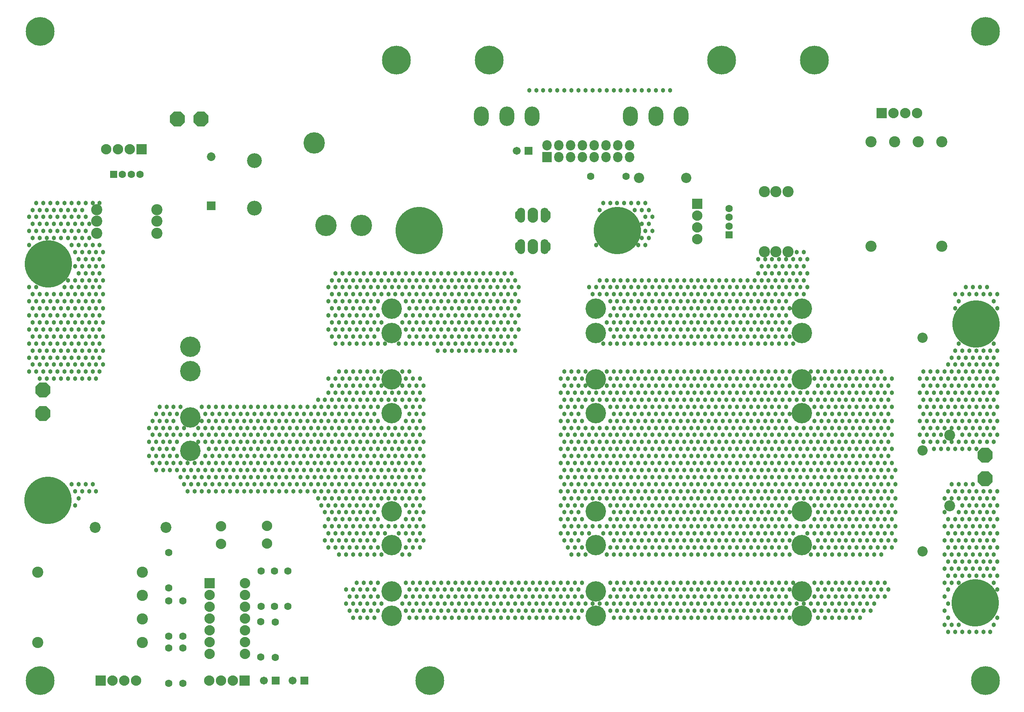
<source format=gts>
G04*
G04 #@! TF.GenerationSoftware,Altium Limited,Altium Designer,22.5.1 (42)*
G04*
G04 Layer_Color=8388736*
%FSLAX44Y44*%
%MOMM*%
G71*
G04*
G04 #@! TF.SameCoordinates,C796FD1A-AD25-48EF-AA2C-5B7F1B644D0D*
G04*
G04*
G04 #@! TF.FilePolarity,Negative*
G04*
G01*
G75*
%ADD19C,0.5000*%
%ADD20O,3.2032X4.2032*%
%ADD21C,3.2032*%
%ADD22C,4.6032*%
%ADD23C,2.2352*%
%ADD24O,2.2352X3.2512*%
%ADD25O,1.7032X3.2512*%
%ADD26R,2.2352X2.2352*%
%ADD27R,2.2352X2.2352*%
%ADD28C,2.3622*%
%ADD29P,3.5191X8X112.5*%
%ADD30P,3.5191X8X202.5*%
%ADD31C,2.2098*%
%ADD32O,2.0032X2.2032*%
%ADD33R,2.0032X2.2032*%
%ADD34C,6.2032*%
%ADD35C,2.4032*%
%ADD36C,1.6032*%
%ADD37R,1.6032X1.6032*%
%ADD38R,1.6032X1.6032*%
%ADD39C,2.2032*%
%ADD40C,10.2032*%
%ADD41R,1.7032X1.7032*%
%ADD42C,1.7032*%
%ADD43C,4.4032*%
%ADD44R,1.8532X1.8532*%
%ADD45C,1.8532*%
%ADD46C,0.9652*%
D19*
X-369397Y-352670D02*
X-366603Y-349876D01*
X-369397Y-362830D02*
Y-352670D01*
Y-362830D02*
X-366603Y-365624D01*
Y-349876D01*
X-301071Y-366132D02*
Y-350384D01*
X-298277Y-353178D01*
Y-363338D02*
Y-353178D01*
X-301071Y-366132D02*
X-298277Y-363338D01*
X-369397Y-285360D02*
X-366603Y-282566D01*
X-369397Y-295520D02*
Y-285360D01*
Y-295520D02*
X-366603Y-298314D01*
Y-282566D01*
X-301071Y-298822D02*
Y-283074D01*
X-298277Y-285868D01*
Y-296028D02*
Y-285868D01*
X-301071Y-298822D02*
X-298277Y-296028D01*
D20*
X-14478Y-76979D02*
D03*
X-123698D02*
D03*
X-69088D02*
D03*
X-390144D02*
D03*
X-444754D02*
D03*
X-335534D02*
D03*
D21*
X-933757Y-274964D02*
D03*
Y-172964D02*
D03*
D22*
X-779754Y-312964D02*
D03*
X-702759D02*
D03*
X-805157Y-134961D02*
D03*
D23*
X-1005737Y-961034D02*
D03*
Y-999134D02*
D03*
X-906737Y-959934D02*
D03*
Y-998034D02*
D03*
X-1029737Y-1109234D02*
D03*
Y-1134634D02*
D03*
Y-1160034D02*
D03*
Y-1185434D02*
D03*
Y-1210834D02*
D03*
Y-1236234D02*
D03*
X-953537D02*
D03*
Y-1210834D02*
D03*
Y-1185434D02*
D03*
Y-1160034D02*
D03*
Y-1134634D02*
D03*
Y-1109234D02*
D03*
Y-1083834D02*
D03*
X-1187937Y-1293996D02*
D03*
X-1213337D02*
D03*
X-1238737D02*
D03*
X493463Y-70034D02*
D03*
X468063D02*
D03*
X442663D02*
D03*
X-1252777Y-147954D02*
D03*
X-1227377D02*
D03*
X-1201977D02*
D03*
X20263Y-341834D02*
D03*
Y-316434D02*
D03*
Y-291034D02*
D03*
X-1030537Y-1294034D02*
D03*
X-1005137D02*
D03*
X-979737D02*
D03*
D24*
X-333837Y-358004D02*
D03*
Y-290694D02*
D03*
D25*
X-308437Y-358004D02*
D03*
X-359237D02*
D03*
X-308437Y-290694D02*
D03*
X-359237D02*
D03*
D26*
X-1029737Y-1083834D02*
D03*
X-1264137Y-1293996D02*
D03*
X417263Y-70034D02*
D03*
X-1176577Y-147954D02*
D03*
X-954337Y-1294034D02*
D03*
D27*
X20263Y-265634D02*
D03*
D28*
X563263Y-764634D02*
D03*
Y-917034D02*
D03*
X-1124337Y-964034D02*
D03*
X-1276737D02*
D03*
D29*
X-1388857Y-667124D02*
D03*
Y-717924D02*
D03*
X639263Y-858834D02*
D03*
Y-808034D02*
D03*
D30*
X-1099737Y-83034D02*
D03*
X-1048937D02*
D03*
D31*
X-4137Y-210034D02*
D03*
X-105737D02*
D03*
D32*
X-150937Y-165034D02*
D03*
X-176337D02*
D03*
X-150937Y-139634D02*
D03*
X-176337D02*
D03*
X-252537Y-165034D02*
D03*
X-227137D02*
D03*
Y-139634D02*
D03*
X-252537D02*
D03*
X-125537D02*
D03*
Y-165034D02*
D03*
X-201737D02*
D03*
Y-139634D02*
D03*
X-277937D02*
D03*
Y-165034D02*
D03*
X-303337Y-139634D02*
D03*
D33*
Y-165034D02*
D03*
D34*
X272288Y43925D02*
D03*
X-627737D02*
D03*
X72288D02*
D03*
X-427737Y43966D02*
D03*
X640263Y105966D02*
D03*
X-1394737D02*
D03*
X-555737Y-1293996D02*
D03*
X640263D02*
D03*
X-1394737D02*
D03*
D35*
X-1143557Y-329564D02*
D03*
Y-303564D02*
D03*
X-1272557Y-329564D02*
D03*
Y-303564D02*
D03*
Y-278564D02*
D03*
X-1143557D02*
D03*
X215263Y-240034D02*
D03*
X189263D02*
D03*
X215263Y-369034D02*
D03*
X189263D02*
D03*
X164263D02*
D03*
Y-240034D02*
D03*
X-1174737Y-1212034D02*
D03*
Y-1161234D02*
D03*
Y-1110434D02*
D03*
X-1399737Y-1212034D02*
D03*
Y-1060034D02*
D03*
X-1174737D02*
D03*
X394263Y-132034D02*
D03*
Y-357034D02*
D03*
X546263D02*
D03*
X444663Y-132034D02*
D03*
X495463D02*
D03*
X546263D02*
D03*
D36*
X-1179557Y-202564D02*
D03*
X-1217557D02*
D03*
X-1198557D02*
D03*
X88263Y-276034D02*
D03*
Y-314034D02*
D03*
Y-295034D02*
D03*
X-1087737Y-1198134D02*
D03*
Y-1121934D02*
D03*
X-133737Y-207034D02*
D03*
X-209937D02*
D03*
X-1117737Y-1121934D02*
D03*
Y-1198134D02*
D03*
Y-1017934D02*
D03*
Y-1094134D02*
D03*
Y-1223934D02*
D03*
Y-1300134D02*
D03*
X-1087737Y-1223934D02*
D03*
Y-1300134D02*
D03*
X-861737Y-1057934D02*
D03*
Y-1134134D02*
D03*
X-918737Y-1057934D02*
D03*
Y-1134134D02*
D03*
X-890237D02*
D03*
Y-1057934D02*
D03*
X-919737Y-1166934D02*
D03*
Y-1243134D02*
D03*
X-888737Y-1244134D02*
D03*
Y-1167934D02*
D03*
D37*
X-1236557Y-202564D02*
D03*
D38*
X88263Y-333034D02*
D03*
D39*
X505263Y-555034D02*
D03*
Y-1015034D02*
D03*
X505263Y-798034D02*
D03*
D40*
X620123Y-525034D02*
D03*
X-1377247Y-395344D02*
D03*
X618853Y-1125784D02*
D03*
X-1377737Y-905034D02*
D03*
X-578947Y-323804D02*
D03*
X-152227D02*
D03*
D41*
X-887337Y-1294034D02*
D03*
X-826337Y-1293996D02*
D03*
X-343737Y-152034D02*
D03*
D42*
X-912737Y-1294034D02*
D03*
X-851737Y-1293996D02*
D03*
X-369137Y-152034D02*
D03*
D43*
X-1071357Y-626484D02*
D03*
Y-726484D02*
D03*
Y-574084D02*
D03*
Y-798874D02*
D03*
X244991Y-1101404D02*
D03*
Y-1001404D02*
D03*
Y-1153804D02*
D03*
Y-929014D02*
D03*
X-198493D02*
D03*
Y-1153804D02*
D03*
Y-1001404D02*
D03*
Y-1101404D02*
D03*
X-637659D02*
D03*
Y-1001404D02*
D03*
Y-1153804D02*
D03*
Y-929014D02*
D03*
X244991Y-716832D02*
D03*
Y-492042D02*
D03*
Y-644442D02*
D03*
Y-544442D02*
D03*
X-198493D02*
D03*
Y-644442D02*
D03*
Y-492042D02*
D03*
Y-716832D02*
D03*
X-637659D02*
D03*
Y-492042D02*
D03*
Y-644442D02*
D03*
Y-544442D02*
D03*
D44*
X-1026467Y-270414D02*
D03*
D45*
Y-164414D02*
D03*
D46*
X666222Y-461035D02*
D03*
Y-491355D02*
D03*
Y-582315D02*
D03*
Y-612635D02*
D03*
Y-642955D02*
D03*
Y-673275D02*
D03*
Y-703595D02*
D03*
Y-733915D02*
D03*
Y-764235D02*
D03*
X651062Y-461035D02*
D03*
X658642Y-476195D02*
D03*
Y-567155D02*
D03*
X651062Y-582315D02*
D03*
X658642Y-597475D02*
D03*
X651062Y-612635D02*
D03*
X658642Y-627795D02*
D03*
X651062Y-642955D02*
D03*
X658642Y-658115D02*
D03*
X651062Y-673275D02*
D03*
X658642Y-688435D02*
D03*
X651062Y-703595D02*
D03*
X658642Y-718755D02*
D03*
X651062Y-733915D02*
D03*
X658642Y-749075D02*
D03*
X651062Y-764235D02*
D03*
X658642Y-779395D02*
D03*
X643482Y-445875D02*
D03*
X635902Y-461035D02*
D03*
Y-582315D02*
D03*
X643482Y-597475D02*
D03*
X635902Y-612635D02*
D03*
X643482Y-627795D02*
D03*
X635902Y-642955D02*
D03*
X643482Y-658115D02*
D03*
X635902Y-673275D02*
D03*
X643482Y-688435D02*
D03*
X635902Y-703595D02*
D03*
X643482Y-718755D02*
D03*
X635902Y-733915D02*
D03*
X643482Y-749075D02*
D03*
X635902Y-764235D02*
D03*
X643482Y-779395D02*
D03*
X628322Y-445875D02*
D03*
X620742Y-461035D02*
D03*
Y-582315D02*
D03*
X628322Y-597475D02*
D03*
X620742Y-612635D02*
D03*
X628322Y-627795D02*
D03*
X620742Y-642955D02*
D03*
X628322Y-658115D02*
D03*
X620742Y-673275D02*
D03*
X628322Y-688435D02*
D03*
X620742Y-703595D02*
D03*
X628322Y-718755D02*
D03*
X620742Y-733915D02*
D03*
X628322Y-749075D02*
D03*
X620742Y-764235D02*
D03*
X628322Y-779395D02*
D03*
X620742Y-794555D02*
D03*
X613162Y-445875D02*
D03*
X605582Y-461035D02*
D03*
Y-582315D02*
D03*
X613162Y-597475D02*
D03*
X605582Y-612635D02*
D03*
X613162Y-627795D02*
D03*
X605582Y-642955D02*
D03*
X613162Y-658115D02*
D03*
X605582Y-673275D02*
D03*
X613162Y-688435D02*
D03*
X605582Y-703595D02*
D03*
X613162Y-718755D02*
D03*
X605582Y-733915D02*
D03*
X613162Y-749075D02*
D03*
X605582Y-764235D02*
D03*
X613162Y-779395D02*
D03*
X605582Y-794555D02*
D03*
X598002Y-445875D02*
D03*
X590422Y-461035D02*
D03*
Y-582315D02*
D03*
X598002Y-597475D02*
D03*
X590422Y-612635D02*
D03*
X598002Y-627795D02*
D03*
X590422Y-642955D02*
D03*
X598002Y-658115D02*
D03*
X590422Y-673275D02*
D03*
X598002Y-688435D02*
D03*
X590422Y-703595D02*
D03*
X598002Y-718755D02*
D03*
X590422Y-733915D02*
D03*
X598002Y-749075D02*
D03*
X590422Y-764235D02*
D03*
X598002Y-779395D02*
D03*
X590422Y-794555D02*
D03*
X575262Y-461035D02*
D03*
X582842Y-476195D02*
D03*
X575262Y-491355D02*
D03*
X582842Y-567155D02*
D03*
X575262Y-582315D02*
D03*
X582842Y-597475D02*
D03*
X575262Y-612635D02*
D03*
X582842Y-627795D02*
D03*
X575262Y-642955D02*
D03*
X582842Y-658115D02*
D03*
X575262Y-673275D02*
D03*
X582842Y-688435D02*
D03*
X575262Y-703595D02*
D03*
X582842Y-718755D02*
D03*
X575262Y-733915D02*
D03*
X582842Y-749075D02*
D03*
Y-779395D02*
D03*
X575262Y-794555D02*
D03*
X567682Y-597475D02*
D03*
X560102Y-612635D02*
D03*
X567682Y-627795D02*
D03*
X560102Y-642955D02*
D03*
X567682Y-658115D02*
D03*
X560102Y-673275D02*
D03*
X567682Y-688435D02*
D03*
X560102Y-703595D02*
D03*
X567682Y-718755D02*
D03*
X560102Y-733915D02*
D03*
X567682Y-749075D02*
D03*
Y-779395D02*
D03*
X560102Y-794555D02*
D03*
X552522Y-627795D02*
D03*
X544942Y-642955D02*
D03*
X552522Y-658115D02*
D03*
X544942Y-673275D02*
D03*
X552522Y-688435D02*
D03*
X544942Y-703595D02*
D03*
X552522Y-718755D02*
D03*
X544942Y-733915D02*
D03*
X552522Y-749075D02*
D03*
X544942Y-764235D02*
D03*
X552522Y-779395D02*
D03*
X544942Y-794555D02*
D03*
X537362Y-627795D02*
D03*
X529782Y-642955D02*
D03*
X537362Y-658115D02*
D03*
X529782Y-673275D02*
D03*
X537362Y-688435D02*
D03*
X529782Y-703595D02*
D03*
X537362Y-718755D02*
D03*
X529782Y-733915D02*
D03*
X537362Y-749075D02*
D03*
X529782Y-764235D02*
D03*
X537362Y-779395D02*
D03*
X529782Y-794555D02*
D03*
X522202Y-627795D02*
D03*
X514622Y-642955D02*
D03*
X522202Y-658115D02*
D03*
X514622Y-673275D02*
D03*
X522202Y-688435D02*
D03*
X514622Y-703595D02*
D03*
X522202Y-718755D02*
D03*
X514622Y-733915D02*
D03*
X522202Y-749075D02*
D03*
X514622Y-764235D02*
D03*
X522202Y-779395D02*
D03*
X507042Y-627795D02*
D03*
X499462Y-642955D02*
D03*
X507042Y-658115D02*
D03*
X499462Y-673275D02*
D03*
X507042Y-688435D02*
D03*
X499462Y-703595D02*
D03*
X507042Y-718755D02*
D03*
X499462Y-733915D02*
D03*
X507042Y-749075D02*
D03*
X499462Y-764235D02*
D03*
X507042Y-779395D02*
D03*
X666222Y-885515D02*
D03*
Y-915835D02*
D03*
Y-946155D02*
D03*
Y-976475D02*
D03*
Y-1006795D02*
D03*
Y-1037115D02*
D03*
Y-1067434D02*
D03*
Y-1097755D02*
D03*
Y-1158394D02*
D03*
X651062Y-885515D02*
D03*
X658642Y-900675D02*
D03*
X651062Y-915835D02*
D03*
X658642Y-930995D02*
D03*
X651062Y-946155D02*
D03*
X658642Y-961315D02*
D03*
X651062Y-976475D02*
D03*
X658642Y-991635D02*
D03*
X651062Y-1006795D02*
D03*
X658642Y-1021955D02*
D03*
X651062Y-1037115D02*
D03*
X658642Y-1052275D02*
D03*
X651062Y-1067434D02*
D03*
X658642Y-1082595D02*
D03*
Y-1173555D02*
D03*
X651062Y-1188715D02*
D03*
X635902Y-885515D02*
D03*
X643482Y-900675D02*
D03*
X635902Y-915835D02*
D03*
X643482Y-930995D02*
D03*
X635902Y-946155D02*
D03*
X643482Y-961315D02*
D03*
X635902Y-976475D02*
D03*
X643482Y-991635D02*
D03*
X635902Y-1006795D02*
D03*
X643482Y-1021955D02*
D03*
X635902Y-1037115D02*
D03*
X643482Y-1052275D02*
D03*
X635902Y-1067434D02*
D03*
Y-1188715D02*
D03*
X620742Y-885515D02*
D03*
X628322Y-900675D02*
D03*
X620742Y-915835D02*
D03*
X628322Y-930995D02*
D03*
X620742Y-946155D02*
D03*
X628322Y-961315D02*
D03*
X620742Y-976475D02*
D03*
X628322Y-991635D02*
D03*
X620742Y-1006795D02*
D03*
X628322Y-1021955D02*
D03*
X620742Y-1037115D02*
D03*
X628322Y-1052275D02*
D03*
X620742Y-1067434D02*
D03*
Y-1188715D02*
D03*
X613162Y-870355D02*
D03*
X605582Y-885515D02*
D03*
X613162Y-900675D02*
D03*
X605582Y-915835D02*
D03*
X613162Y-930995D02*
D03*
X605582Y-946155D02*
D03*
X613162Y-961315D02*
D03*
X605582Y-976475D02*
D03*
X613162Y-991635D02*
D03*
X605582Y-1006795D02*
D03*
X613162Y-1021955D02*
D03*
X605582Y-1037115D02*
D03*
X613162Y-1052275D02*
D03*
X605582Y-1067434D02*
D03*
Y-1188715D02*
D03*
X598002Y-870355D02*
D03*
X590422Y-885515D02*
D03*
X598002Y-900675D02*
D03*
X590422Y-915835D02*
D03*
X598002Y-930995D02*
D03*
X590422Y-946155D02*
D03*
X598002Y-961315D02*
D03*
X590422Y-976475D02*
D03*
X598002Y-991635D02*
D03*
X590422Y-1006795D02*
D03*
X598002Y-1021955D02*
D03*
X590422Y-1037115D02*
D03*
X598002Y-1052275D02*
D03*
X590422Y-1067434D02*
D03*
Y-1188715D02*
D03*
X582842Y-870355D02*
D03*
X575262Y-885515D02*
D03*
X582842Y-900675D02*
D03*
Y-930995D02*
D03*
X575262Y-946155D02*
D03*
X582842Y-961315D02*
D03*
X575262Y-976475D02*
D03*
X582842Y-991635D02*
D03*
X575262Y-1006795D02*
D03*
X582842Y-1021955D02*
D03*
X575262Y-1037115D02*
D03*
X582842Y-1052275D02*
D03*
X575262Y-1067434D02*
D03*
X582842Y-1082595D02*
D03*
Y-1173555D02*
D03*
X575262Y-1188715D02*
D03*
X567682Y-870355D02*
D03*
X560102Y-885515D02*
D03*
X567682Y-900675D02*
D03*
X560102Y-946155D02*
D03*
X567682Y-961315D02*
D03*
X560102Y-976475D02*
D03*
X567682Y-991635D02*
D03*
X560102Y-1006795D02*
D03*
X567682Y-1021955D02*
D03*
X560102Y-1037115D02*
D03*
X567682Y-1052275D02*
D03*
X560102Y-1067434D02*
D03*
X567682Y-1082595D02*
D03*
X560102Y-1097755D02*
D03*
Y-1128074D02*
D03*
Y-1158394D02*
D03*
X567682Y-1173555D02*
D03*
X560102Y-1188715D02*
D03*
X552522Y-900675D02*
D03*
Y-930995D02*
D03*
Y-961315D02*
D03*
Y-991635D02*
D03*
Y-1021955D02*
D03*
Y-1052275D02*
D03*
Y-1082595D02*
D03*
Y-1112915D02*
D03*
Y-1143234D02*
D03*
Y-1173555D02*
D03*
X438822Y-642955D02*
D03*
Y-673275D02*
D03*
Y-703595D02*
D03*
Y-733915D02*
D03*
Y-764235D02*
D03*
Y-794555D02*
D03*
Y-824875D02*
D03*
X446402Y-840035D02*
D03*
X438822Y-855195D02*
D03*
X446402Y-870355D02*
D03*
X438822Y-885515D02*
D03*
X446402Y-900675D02*
D03*
X438822Y-915835D02*
D03*
X446402Y-930995D02*
D03*
X438822Y-946155D02*
D03*
X446402Y-961315D02*
D03*
X438822Y-976475D02*
D03*
X446402Y-991635D02*
D03*
X438822Y-1006795D02*
D03*
X423662Y-642955D02*
D03*
X431242Y-658115D02*
D03*
X423662Y-673275D02*
D03*
X431242Y-688435D02*
D03*
X423662Y-703595D02*
D03*
X431242Y-718755D02*
D03*
X423662Y-733915D02*
D03*
X431242Y-749075D02*
D03*
X423662Y-764235D02*
D03*
X431242Y-779395D02*
D03*
X423662Y-794555D02*
D03*
X431242Y-809715D02*
D03*
X423662Y-824875D02*
D03*
X431242Y-840035D02*
D03*
X423662Y-855195D02*
D03*
X431242Y-870355D02*
D03*
X423662Y-885515D02*
D03*
X431242Y-900675D02*
D03*
X423662Y-915835D02*
D03*
X431242Y-930995D02*
D03*
X423662Y-946155D02*
D03*
X431242Y-961315D02*
D03*
X423662Y-976475D02*
D03*
X431242Y-991635D02*
D03*
X423662Y-1006795D02*
D03*
X416082Y-627795D02*
D03*
X408502Y-642955D02*
D03*
X416082Y-658115D02*
D03*
X408502Y-673275D02*
D03*
X416082Y-688435D02*
D03*
X408502Y-703595D02*
D03*
X416082Y-718755D02*
D03*
X408502Y-733915D02*
D03*
X416082Y-749075D02*
D03*
X408502Y-764235D02*
D03*
X416082Y-779395D02*
D03*
X408502Y-794555D02*
D03*
X416082Y-809715D02*
D03*
X408502Y-824875D02*
D03*
X416082Y-840035D02*
D03*
X408502Y-855195D02*
D03*
X416082Y-870355D02*
D03*
X408502Y-885515D02*
D03*
X416082Y-900675D02*
D03*
X408502Y-915835D02*
D03*
X416082Y-930995D02*
D03*
X408502Y-946155D02*
D03*
X416082Y-961315D02*
D03*
X408502Y-976475D02*
D03*
X416082Y-991635D02*
D03*
X408502Y-1006795D02*
D03*
X416082Y-1021955D02*
D03*
X400922Y-627795D02*
D03*
X393342Y-642955D02*
D03*
X400922Y-658115D02*
D03*
X393342Y-673275D02*
D03*
X400922Y-688435D02*
D03*
X393342Y-703595D02*
D03*
X400922Y-718755D02*
D03*
X393342Y-733915D02*
D03*
X400922Y-749075D02*
D03*
X393342Y-764235D02*
D03*
X400922Y-779395D02*
D03*
X393342Y-794555D02*
D03*
X400922Y-809715D02*
D03*
X393342Y-824875D02*
D03*
X400922Y-840035D02*
D03*
X393342Y-855195D02*
D03*
X400922Y-870355D02*
D03*
X393342Y-885515D02*
D03*
X400922Y-900675D02*
D03*
X393342Y-915835D02*
D03*
X400922Y-930995D02*
D03*
X393342Y-946155D02*
D03*
X400922Y-961315D02*
D03*
X393342Y-976475D02*
D03*
X400922Y-991635D02*
D03*
X393342Y-1006795D02*
D03*
X400922Y-1021955D02*
D03*
X385762Y-627795D02*
D03*
X378182Y-642955D02*
D03*
X385762Y-658115D02*
D03*
X378182Y-673275D02*
D03*
X385762Y-688435D02*
D03*
X378182Y-703595D02*
D03*
X385762Y-718755D02*
D03*
X378182Y-733915D02*
D03*
X385762Y-749075D02*
D03*
X378182Y-764235D02*
D03*
X385762Y-779395D02*
D03*
X378182Y-794555D02*
D03*
X385762Y-809715D02*
D03*
X378182Y-824875D02*
D03*
X385762Y-840035D02*
D03*
X378182Y-855195D02*
D03*
X385762Y-870355D02*
D03*
X378182Y-885515D02*
D03*
X385762Y-900675D02*
D03*
X378182Y-915835D02*
D03*
X385762Y-930995D02*
D03*
X378182Y-946155D02*
D03*
X385762Y-961315D02*
D03*
X378182Y-976475D02*
D03*
X385762Y-991635D02*
D03*
X378182Y-1006795D02*
D03*
X385762Y-1021955D02*
D03*
X370602Y-627795D02*
D03*
X363022Y-642955D02*
D03*
X370602Y-658115D02*
D03*
X363022Y-673275D02*
D03*
X370602Y-688435D02*
D03*
X363022Y-703595D02*
D03*
X370602Y-718755D02*
D03*
X363022Y-733915D02*
D03*
X370602Y-749075D02*
D03*
X363022Y-764235D02*
D03*
X370602Y-779395D02*
D03*
X363022Y-794555D02*
D03*
X370602Y-809715D02*
D03*
X363022Y-824875D02*
D03*
X370602Y-840035D02*
D03*
X363022Y-855195D02*
D03*
X370602Y-870355D02*
D03*
X363022Y-885515D02*
D03*
X370602Y-900675D02*
D03*
X363022Y-915835D02*
D03*
X370602Y-930995D02*
D03*
X363022Y-946155D02*
D03*
X370602Y-961315D02*
D03*
X363022Y-976475D02*
D03*
X370602Y-991635D02*
D03*
X363022Y-1006795D02*
D03*
X370602Y-1021955D02*
D03*
X355442Y-627795D02*
D03*
X347862Y-642955D02*
D03*
X355442Y-658115D02*
D03*
X347862Y-673275D02*
D03*
X355442Y-688435D02*
D03*
X347862Y-703595D02*
D03*
X355442Y-718755D02*
D03*
X347862Y-733915D02*
D03*
X355442Y-749075D02*
D03*
X347862Y-764235D02*
D03*
X355442Y-779395D02*
D03*
X347862Y-794555D02*
D03*
X355442Y-809715D02*
D03*
X347862Y-824875D02*
D03*
X355442Y-840035D02*
D03*
X347862Y-855195D02*
D03*
X355442Y-870355D02*
D03*
X347862Y-885515D02*
D03*
X355442Y-900675D02*
D03*
X347862Y-915835D02*
D03*
X355442Y-930995D02*
D03*
X347862Y-946155D02*
D03*
X355442Y-961315D02*
D03*
X347862Y-976475D02*
D03*
X355442Y-991635D02*
D03*
X347862Y-1006795D02*
D03*
X355442Y-1021955D02*
D03*
X340282Y-627795D02*
D03*
X332702Y-642955D02*
D03*
X340282Y-658115D02*
D03*
X332702Y-673275D02*
D03*
X340282Y-688435D02*
D03*
X332702Y-703595D02*
D03*
X340282Y-718755D02*
D03*
X332702Y-733915D02*
D03*
X340282Y-749075D02*
D03*
X332702Y-764235D02*
D03*
X340282Y-779395D02*
D03*
X332702Y-794555D02*
D03*
X340282Y-809715D02*
D03*
X332702Y-824875D02*
D03*
X340282Y-840035D02*
D03*
X332702Y-855195D02*
D03*
X340282Y-870355D02*
D03*
X332702Y-885515D02*
D03*
X340282Y-900675D02*
D03*
X332702Y-915835D02*
D03*
X340282Y-930995D02*
D03*
X332702Y-946155D02*
D03*
X340282Y-961315D02*
D03*
X332702Y-976475D02*
D03*
X340282Y-991635D02*
D03*
X332702Y-1006795D02*
D03*
X340282Y-1021955D02*
D03*
X325122Y-627795D02*
D03*
X317542Y-642955D02*
D03*
X325122Y-658115D02*
D03*
X317542Y-673275D02*
D03*
X325122Y-688435D02*
D03*
X317542Y-703595D02*
D03*
X325122Y-718755D02*
D03*
X317542Y-733915D02*
D03*
X325122Y-749075D02*
D03*
X317542Y-764235D02*
D03*
X325122Y-779395D02*
D03*
X317542Y-794555D02*
D03*
X325122Y-809715D02*
D03*
X317542Y-824875D02*
D03*
X325122Y-840035D02*
D03*
X317542Y-855195D02*
D03*
X325122Y-870355D02*
D03*
X317542Y-885515D02*
D03*
X325122Y-900675D02*
D03*
X317542Y-915835D02*
D03*
X325122Y-930995D02*
D03*
X317542Y-946155D02*
D03*
X325122Y-961315D02*
D03*
X317542Y-976475D02*
D03*
X325122Y-991635D02*
D03*
X317542Y-1006795D02*
D03*
X325122Y-1021955D02*
D03*
X309962Y-627795D02*
D03*
X302382Y-642955D02*
D03*
X309962Y-658115D02*
D03*
X302382Y-673275D02*
D03*
X309962Y-688435D02*
D03*
X302382Y-703595D02*
D03*
X309962Y-718755D02*
D03*
X302382Y-733915D02*
D03*
X309962Y-749075D02*
D03*
X302382Y-764235D02*
D03*
X309962Y-779395D02*
D03*
X302382Y-794555D02*
D03*
X309962Y-809715D02*
D03*
X302382Y-824875D02*
D03*
X309962Y-840035D02*
D03*
X302382Y-855195D02*
D03*
X309962Y-870355D02*
D03*
X302382Y-885515D02*
D03*
X309962Y-900675D02*
D03*
X302382Y-915835D02*
D03*
X309962Y-930995D02*
D03*
X302382Y-946155D02*
D03*
X309962Y-961315D02*
D03*
X302382Y-976475D02*
D03*
X309962Y-991635D02*
D03*
X302382Y-1006795D02*
D03*
X309962Y-1021955D02*
D03*
X294802Y-627795D02*
D03*
X287222Y-642955D02*
D03*
X294802Y-658115D02*
D03*
X287222Y-673275D02*
D03*
X294802Y-688435D02*
D03*
X287222Y-703595D02*
D03*
X294802Y-718755D02*
D03*
X287222Y-733915D02*
D03*
X294802Y-749075D02*
D03*
X287222Y-764235D02*
D03*
X294802Y-779395D02*
D03*
X287222Y-794555D02*
D03*
X294802Y-809715D02*
D03*
X287222Y-824875D02*
D03*
X294802Y-840035D02*
D03*
X287222Y-855195D02*
D03*
X294802Y-870355D02*
D03*
X287222Y-885515D02*
D03*
X294802Y-900675D02*
D03*
X287222Y-915835D02*
D03*
X294802Y-930995D02*
D03*
X287222Y-946155D02*
D03*
X294802Y-961315D02*
D03*
X287222Y-976475D02*
D03*
X294802Y-991635D02*
D03*
X287222Y-1006795D02*
D03*
X294802Y-1021955D02*
D03*
X279642Y-627795D02*
D03*
X272062Y-642955D02*
D03*
X279642Y-658115D02*
D03*
X272062Y-673275D02*
D03*
X279642Y-688435D02*
D03*
X272062Y-703595D02*
D03*
X279642Y-718755D02*
D03*
X272062Y-733915D02*
D03*
X279642Y-749075D02*
D03*
X272062Y-764235D02*
D03*
X279642Y-779395D02*
D03*
X272062Y-794555D02*
D03*
X279642Y-809715D02*
D03*
X272062Y-824875D02*
D03*
X279642Y-840035D02*
D03*
X272062Y-855195D02*
D03*
X279642Y-870355D02*
D03*
X272062Y-885515D02*
D03*
X279642Y-900675D02*
D03*
X272062Y-915835D02*
D03*
X279642Y-930995D02*
D03*
X272062Y-946155D02*
D03*
X279642Y-961315D02*
D03*
X272062Y-976475D02*
D03*
X279642Y-991635D02*
D03*
X272062Y-1006795D02*
D03*
X279642Y-1021955D02*
D03*
X264482Y-627795D02*
D03*
X256902Y-673275D02*
D03*
X264482Y-688435D02*
D03*
Y-749075D02*
D03*
X256902Y-764235D02*
D03*
X264482Y-779395D02*
D03*
X256902Y-794555D02*
D03*
X264482Y-809715D02*
D03*
X256902Y-824875D02*
D03*
X264482Y-840035D02*
D03*
X256902Y-855195D02*
D03*
X264482Y-870355D02*
D03*
X256902Y-885515D02*
D03*
X264482Y-900675D02*
D03*
Y-961315D02*
D03*
X256902Y-976475D02*
D03*
X264482Y-1021955D02*
D03*
X241742Y-673275D02*
D03*
X249322Y-688435D02*
D03*
Y-749075D02*
D03*
X241742Y-764235D02*
D03*
X249322Y-779395D02*
D03*
X241742Y-794555D02*
D03*
X249322Y-809715D02*
D03*
X241742Y-824875D02*
D03*
X249322Y-840035D02*
D03*
X241742Y-855195D02*
D03*
X249322Y-870355D02*
D03*
X241742Y-885515D02*
D03*
X249322Y-900675D02*
D03*
Y-961315D02*
D03*
X226582Y-673275D02*
D03*
X234162Y-688435D02*
D03*
Y-749075D02*
D03*
X226582Y-764235D02*
D03*
X234162Y-779395D02*
D03*
X226582Y-794555D02*
D03*
X234162Y-809715D02*
D03*
X226582Y-824875D02*
D03*
X234162Y-840035D02*
D03*
X226582Y-855195D02*
D03*
X234162Y-870355D02*
D03*
X226582Y-885515D02*
D03*
X234162Y-900675D02*
D03*
Y-961315D02*
D03*
X226582Y-976475D02*
D03*
X219002Y-627795D02*
D03*
X211422Y-642955D02*
D03*
X219002Y-658115D02*
D03*
X211422Y-673275D02*
D03*
X219002Y-688435D02*
D03*
X211422Y-703595D02*
D03*
X219002Y-718755D02*
D03*
X211422Y-733915D02*
D03*
X219002Y-749075D02*
D03*
X211422Y-764235D02*
D03*
X219002Y-779395D02*
D03*
X211422Y-794555D02*
D03*
X219002Y-809715D02*
D03*
X211422Y-824875D02*
D03*
X219002Y-840035D02*
D03*
X211422Y-855195D02*
D03*
X219002Y-870355D02*
D03*
X211422Y-885515D02*
D03*
X219002Y-900675D02*
D03*
X211422Y-915835D02*
D03*
X219002Y-930995D02*
D03*
X211422Y-946155D02*
D03*
X219002Y-961315D02*
D03*
X211422Y-976475D02*
D03*
X219002Y-991635D02*
D03*
X211422Y-1006795D02*
D03*
X219002Y-1021955D02*
D03*
X203842Y-627795D02*
D03*
X196262Y-642955D02*
D03*
X203842Y-658115D02*
D03*
X196262Y-673275D02*
D03*
X203842Y-688435D02*
D03*
X196262Y-703595D02*
D03*
X203842Y-718755D02*
D03*
X196262Y-733915D02*
D03*
X203842Y-749075D02*
D03*
X196262Y-764235D02*
D03*
X203842Y-779395D02*
D03*
X196262Y-794555D02*
D03*
X203842Y-809715D02*
D03*
X196262Y-824875D02*
D03*
X203842Y-840035D02*
D03*
X196262Y-855195D02*
D03*
X203842Y-870355D02*
D03*
X196262Y-885515D02*
D03*
X203842Y-900675D02*
D03*
X196262Y-915835D02*
D03*
X203842Y-930995D02*
D03*
X196262Y-946155D02*
D03*
X203842Y-961315D02*
D03*
X196262Y-976475D02*
D03*
X203842Y-991635D02*
D03*
X196262Y-1006795D02*
D03*
X203842Y-1021955D02*
D03*
X188682Y-627795D02*
D03*
X181102Y-642955D02*
D03*
X188682Y-658115D02*
D03*
X181102Y-673275D02*
D03*
X188682Y-688435D02*
D03*
X181102Y-703595D02*
D03*
X188682Y-718755D02*
D03*
X181102Y-733915D02*
D03*
X188682Y-749075D02*
D03*
X181102Y-764235D02*
D03*
X188682Y-779395D02*
D03*
X181102Y-794555D02*
D03*
X188682Y-809715D02*
D03*
X181102Y-824875D02*
D03*
X188682Y-840035D02*
D03*
X181102Y-855195D02*
D03*
X188682Y-870355D02*
D03*
X181102Y-885515D02*
D03*
X188682Y-900675D02*
D03*
X181102Y-915835D02*
D03*
X188682Y-930995D02*
D03*
X181102Y-946155D02*
D03*
X188682Y-961315D02*
D03*
X181102Y-976475D02*
D03*
X188682Y-991635D02*
D03*
X181102Y-1006795D02*
D03*
X188682Y-1021955D02*
D03*
X173522Y-627795D02*
D03*
X165942Y-642955D02*
D03*
X173522Y-658115D02*
D03*
X165942Y-673275D02*
D03*
X173522Y-688435D02*
D03*
X165942Y-703595D02*
D03*
X173522Y-718755D02*
D03*
X165942Y-733915D02*
D03*
X173522Y-749075D02*
D03*
X165942Y-764235D02*
D03*
X173522Y-779395D02*
D03*
X165942Y-794555D02*
D03*
X173522Y-809715D02*
D03*
X165942Y-824875D02*
D03*
X173522Y-840035D02*
D03*
X165942Y-855195D02*
D03*
X173522Y-870355D02*
D03*
X165942Y-885515D02*
D03*
X173522Y-900675D02*
D03*
X165942Y-915835D02*
D03*
X173522Y-930995D02*
D03*
X165942Y-946155D02*
D03*
X173522Y-961315D02*
D03*
X165942Y-976475D02*
D03*
X173522Y-991635D02*
D03*
X165942Y-1006795D02*
D03*
X173522Y-1021955D02*
D03*
X158362Y-627795D02*
D03*
X150782Y-642955D02*
D03*
X158362Y-658115D02*
D03*
X150782Y-673275D02*
D03*
X158362Y-688435D02*
D03*
X150782Y-703595D02*
D03*
X158362Y-718755D02*
D03*
X150782Y-733915D02*
D03*
X158362Y-749075D02*
D03*
X150782Y-764235D02*
D03*
X158362Y-779395D02*
D03*
X150782Y-794555D02*
D03*
X158362Y-809715D02*
D03*
X150782Y-824875D02*
D03*
X158362Y-840035D02*
D03*
X150782Y-855195D02*
D03*
X158362Y-870355D02*
D03*
X150782Y-885515D02*
D03*
X158362Y-900675D02*
D03*
X150782Y-915835D02*
D03*
X158362Y-930995D02*
D03*
X150782Y-946155D02*
D03*
X158362Y-961315D02*
D03*
X150782Y-976475D02*
D03*
X158362Y-991635D02*
D03*
X150782Y-1006795D02*
D03*
X158362Y-1021955D02*
D03*
X143202Y-627795D02*
D03*
X135622Y-642955D02*
D03*
X143202Y-658115D02*
D03*
X135622Y-673275D02*
D03*
X143202Y-688435D02*
D03*
X135622Y-703595D02*
D03*
X143202Y-718755D02*
D03*
X135622Y-733915D02*
D03*
X143202Y-749075D02*
D03*
X135622Y-764235D02*
D03*
X143202Y-779395D02*
D03*
X135622Y-794555D02*
D03*
X143202Y-809715D02*
D03*
X135622Y-824875D02*
D03*
X143202Y-840035D02*
D03*
X135622Y-855195D02*
D03*
X143202Y-870355D02*
D03*
X135622Y-885515D02*
D03*
X143202Y-900675D02*
D03*
X135622Y-915835D02*
D03*
X143202Y-930995D02*
D03*
X135622Y-946155D02*
D03*
X143202Y-961315D02*
D03*
X135622Y-976475D02*
D03*
X143202Y-991635D02*
D03*
X135622Y-1006795D02*
D03*
X143202Y-1021955D02*
D03*
X128042Y-627795D02*
D03*
X120462Y-642955D02*
D03*
X128042Y-658115D02*
D03*
X120462Y-673275D02*
D03*
X128042Y-688435D02*
D03*
X120462Y-703595D02*
D03*
X128042Y-718755D02*
D03*
X120462Y-733915D02*
D03*
X128042Y-749075D02*
D03*
X120462Y-764235D02*
D03*
X128042Y-779395D02*
D03*
X120462Y-794555D02*
D03*
X128042Y-809715D02*
D03*
X120462Y-824875D02*
D03*
X128042Y-840035D02*
D03*
X120462Y-855195D02*
D03*
X128042Y-870355D02*
D03*
X120462Y-885515D02*
D03*
X128042Y-900675D02*
D03*
X120462Y-915835D02*
D03*
X128042Y-930995D02*
D03*
X120462Y-946155D02*
D03*
X128042Y-961315D02*
D03*
X120462Y-976475D02*
D03*
X128042Y-991635D02*
D03*
X120462Y-1006795D02*
D03*
X128042Y-1021955D02*
D03*
X112882Y-627795D02*
D03*
X105302Y-642955D02*
D03*
X112882Y-658115D02*
D03*
X105302Y-673275D02*
D03*
X112882Y-688435D02*
D03*
X105302Y-703595D02*
D03*
X112882Y-718755D02*
D03*
X105302Y-733915D02*
D03*
X112882Y-749075D02*
D03*
X105302Y-764235D02*
D03*
X112882Y-779395D02*
D03*
X105302Y-794555D02*
D03*
X112882Y-809715D02*
D03*
X105302Y-824875D02*
D03*
X112882Y-840035D02*
D03*
X105302Y-855195D02*
D03*
X112882Y-870355D02*
D03*
X105302Y-885515D02*
D03*
X112882Y-900675D02*
D03*
X105302Y-915835D02*
D03*
X112882Y-930995D02*
D03*
X105302Y-946155D02*
D03*
X112882Y-961315D02*
D03*
X105302Y-976475D02*
D03*
X112882Y-991635D02*
D03*
X105302Y-1006795D02*
D03*
X112882Y-1021955D02*
D03*
X97722Y-627795D02*
D03*
X90142Y-642955D02*
D03*
X97722Y-658115D02*
D03*
X90142Y-673275D02*
D03*
X97722Y-688435D02*
D03*
X90142Y-703595D02*
D03*
X97722Y-718755D02*
D03*
X90142Y-733915D02*
D03*
X97722Y-749075D02*
D03*
X90142Y-764235D02*
D03*
X97722Y-779395D02*
D03*
X90142Y-794555D02*
D03*
X97722Y-809715D02*
D03*
X90142Y-824875D02*
D03*
X97722Y-840035D02*
D03*
X90142Y-855195D02*
D03*
X97722Y-870355D02*
D03*
X90142Y-885515D02*
D03*
X97722Y-900675D02*
D03*
X90142Y-915835D02*
D03*
X97722Y-930995D02*
D03*
X90142Y-946155D02*
D03*
X97722Y-961315D02*
D03*
X90142Y-976475D02*
D03*
X97722Y-991635D02*
D03*
X90142Y-1006795D02*
D03*
X97722Y-1021955D02*
D03*
X82562Y-627795D02*
D03*
X74982Y-642955D02*
D03*
X82562Y-658115D02*
D03*
X74982Y-673275D02*
D03*
X82562Y-688435D02*
D03*
X74982Y-703595D02*
D03*
X82562Y-718755D02*
D03*
X74982Y-733915D02*
D03*
X82562Y-749075D02*
D03*
X74982Y-764235D02*
D03*
X82562Y-779395D02*
D03*
X74982Y-794555D02*
D03*
X82562Y-809715D02*
D03*
X74982Y-824875D02*
D03*
X82562Y-840035D02*
D03*
X74982Y-855195D02*
D03*
X82562Y-870355D02*
D03*
X74982Y-885515D02*
D03*
X82562Y-900675D02*
D03*
X74982Y-915835D02*
D03*
X82562Y-930995D02*
D03*
X74982Y-946155D02*
D03*
X82562Y-961315D02*
D03*
X74982Y-976475D02*
D03*
X82562Y-991635D02*
D03*
X74982Y-1006795D02*
D03*
X82562Y-1021955D02*
D03*
X67402Y-627795D02*
D03*
X59822Y-642955D02*
D03*
X67402Y-658115D02*
D03*
X59822Y-673275D02*
D03*
X67402Y-688435D02*
D03*
X59822Y-703595D02*
D03*
X67402Y-718755D02*
D03*
X59822Y-733915D02*
D03*
X67402Y-749075D02*
D03*
X59822Y-764235D02*
D03*
X67402Y-779395D02*
D03*
X59822Y-794555D02*
D03*
X67402Y-809715D02*
D03*
X59822Y-824875D02*
D03*
X67402Y-840035D02*
D03*
X59822Y-855195D02*
D03*
X67402Y-870355D02*
D03*
X59822Y-885515D02*
D03*
X67402Y-900675D02*
D03*
X59822Y-915835D02*
D03*
X67402Y-930995D02*
D03*
X59822Y-946155D02*
D03*
X67402Y-961315D02*
D03*
X59822Y-976475D02*
D03*
X67402Y-991635D02*
D03*
X59822Y-1006795D02*
D03*
X67402Y-1021955D02*
D03*
X52242Y-627795D02*
D03*
X44662Y-642955D02*
D03*
X52242Y-658115D02*
D03*
X44662Y-673275D02*
D03*
X52242Y-688435D02*
D03*
X44662Y-703595D02*
D03*
X52242Y-718755D02*
D03*
X44662Y-733915D02*
D03*
X52242Y-749075D02*
D03*
X44662Y-764235D02*
D03*
X52242Y-779395D02*
D03*
X44662Y-794555D02*
D03*
X52242Y-809715D02*
D03*
X44662Y-824875D02*
D03*
X52242Y-840035D02*
D03*
X44662Y-855195D02*
D03*
X52242Y-870355D02*
D03*
X44662Y-885515D02*
D03*
X52242Y-900675D02*
D03*
X44662Y-915835D02*
D03*
X52242Y-930995D02*
D03*
X44662Y-946155D02*
D03*
X52242Y-961315D02*
D03*
X44662Y-976475D02*
D03*
X52242Y-991635D02*
D03*
X44662Y-1006795D02*
D03*
X52242Y-1021955D02*
D03*
X37082Y-627795D02*
D03*
X29502Y-642955D02*
D03*
X37082Y-658115D02*
D03*
X29502Y-673275D02*
D03*
X37082Y-688435D02*
D03*
X29502Y-703595D02*
D03*
X37082Y-718755D02*
D03*
X29502Y-733915D02*
D03*
X37082Y-749075D02*
D03*
X29502Y-764235D02*
D03*
X37082Y-779395D02*
D03*
X29502Y-794555D02*
D03*
X37082Y-809715D02*
D03*
X29502Y-824875D02*
D03*
X37082Y-840035D02*
D03*
X29502Y-855195D02*
D03*
X37082Y-870355D02*
D03*
X29502Y-885515D02*
D03*
X37082Y-900675D02*
D03*
X29502Y-915835D02*
D03*
X37082Y-930995D02*
D03*
X29502Y-946155D02*
D03*
X37082Y-961315D02*
D03*
X29502Y-976475D02*
D03*
X37082Y-991635D02*
D03*
X29502Y-1006795D02*
D03*
X37082Y-1021955D02*
D03*
X21922Y-627795D02*
D03*
X14342Y-642955D02*
D03*
X21922Y-658115D02*
D03*
X14342Y-673275D02*
D03*
X21922Y-688435D02*
D03*
X14342Y-703595D02*
D03*
X21922Y-718755D02*
D03*
X14342Y-733915D02*
D03*
X21922Y-749075D02*
D03*
X14342Y-764235D02*
D03*
X21922Y-779395D02*
D03*
X14342Y-794555D02*
D03*
X21922Y-809715D02*
D03*
X14342Y-824875D02*
D03*
X21922Y-840035D02*
D03*
X14342Y-855195D02*
D03*
X21922Y-870355D02*
D03*
X14342Y-885515D02*
D03*
X21922Y-900675D02*
D03*
X14342Y-915835D02*
D03*
X21922Y-930995D02*
D03*
X14342Y-946155D02*
D03*
X21922Y-961315D02*
D03*
X14342Y-976475D02*
D03*
X21922Y-991635D02*
D03*
X14342Y-1006795D02*
D03*
X21922Y-1021955D02*
D03*
X6762Y-627795D02*
D03*
X-818Y-642955D02*
D03*
X6762Y-658115D02*
D03*
X-818Y-673275D02*
D03*
X6762Y-688435D02*
D03*
X-818Y-703595D02*
D03*
X6762Y-718755D02*
D03*
X-818Y-733915D02*
D03*
X6762Y-749075D02*
D03*
X-818Y-764235D02*
D03*
X6762Y-779395D02*
D03*
X-818Y-794555D02*
D03*
X6762Y-809715D02*
D03*
X-818Y-824875D02*
D03*
X6762Y-840035D02*
D03*
X-818Y-855195D02*
D03*
X6762Y-870355D02*
D03*
X-818Y-885515D02*
D03*
X6762Y-900675D02*
D03*
X-818Y-915835D02*
D03*
X6762Y-930995D02*
D03*
X-818Y-946155D02*
D03*
X6762Y-961315D02*
D03*
X-818Y-976475D02*
D03*
X6762Y-991635D02*
D03*
X-818Y-1006795D02*
D03*
X6762Y-1021955D02*
D03*
X-8398Y-627795D02*
D03*
X-15978Y-642955D02*
D03*
X-8398Y-658115D02*
D03*
X-15978Y-673275D02*
D03*
X-8398Y-688435D02*
D03*
X-15978Y-703595D02*
D03*
X-8398Y-718755D02*
D03*
X-15978Y-733915D02*
D03*
X-8398Y-749075D02*
D03*
X-15978Y-764235D02*
D03*
X-8398Y-779395D02*
D03*
X-15978Y-794555D02*
D03*
X-8398Y-809715D02*
D03*
X-15978Y-824875D02*
D03*
X-8398Y-840035D02*
D03*
X-15978Y-855195D02*
D03*
X-8398Y-870355D02*
D03*
X-15978Y-885515D02*
D03*
X-8398Y-900675D02*
D03*
X-15978Y-915835D02*
D03*
X-8398Y-930995D02*
D03*
X-15978Y-946155D02*
D03*
X-8398Y-961315D02*
D03*
X-15978Y-976475D02*
D03*
X-8398Y-991635D02*
D03*
X-15978Y-1006795D02*
D03*
X-8398Y-1021955D02*
D03*
X-23558Y-627795D02*
D03*
X-31138Y-642955D02*
D03*
X-23558Y-658115D02*
D03*
X-31138Y-673275D02*
D03*
X-23558Y-688435D02*
D03*
X-31138Y-703595D02*
D03*
X-23558Y-718755D02*
D03*
X-31138Y-733915D02*
D03*
X-23558Y-749075D02*
D03*
X-31138Y-764235D02*
D03*
X-23558Y-779395D02*
D03*
X-31138Y-794555D02*
D03*
X-23558Y-809715D02*
D03*
X-31138Y-824875D02*
D03*
X-23558Y-840035D02*
D03*
X-31138Y-855195D02*
D03*
X-23558Y-870355D02*
D03*
X-31138Y-885515D02*
D03*
X-23558Y-900675D02*
D03*
X-31138Y-915835D02*
D03*
X-23558Y-930995D02*
D03*
X-31138Y-946155D02*
D03*
X-23558Y-961315D02*
D03*
X-31138Y-976475D02*
D03*
X-23558Y-991635D02*
D03*
X-31138Y-1006795D02*
D03*
X-23558Y-1021955D02*
D03*
X-38718Y-21395D02*
D03*
Y-627795D02*
D03*
X-46298Y-642955D02*
D03*
X-38718Y-658115D02*
D03*
X-46298Y-673275D02*
D03*
X-38718Y-688435D02*
D03*
X-46298Y-703595D02*
D03*
X-38718Y-718755D02*
D03*
X-46298Y-733915D02*
D03*
X-38718Y-749075D02*
D03*
X-46298Y-764235D02*
D03*
X-38718Y-779395D02*
D03*
X-46298Y-794555D02*
D03*
X-38718Y-809715D02*
D03*
X-46298Y-824875D02*
D03*
X-38718Y-840035D02*
D03*
X-46298Y-855195D02*
D03*
X-38718Y-870355D02*
D03*
X-46298Y-885515D02*
D03*
X-38718Y-900675D02*
D03*
X-46298Y-915835D02*
D03*
X-38718Y-930995D02*
D03*
X-46298Y-946155D02*
D03*
X-38718Y-961315D02*
D03*
X-46298Y-976475D02*
D03*
X-38718Y-991635D02*
D03*
X-46298Y-1006795D02*
D03*
X-38718Y-1021955D02*
D03*
X-53878Y-21395D02*
D03*
Y-627795D02*
D03*
X-61458Y-642955D02*
D03*
X-53878Y-658115D02*
D03*
X-61458Y-673275D02*
D03*
X-53878Y-688435D02*
D03*
X-61458Y-703595D02*
D03*
X-53878Y-718755D02*
D03*
X-61458Y-733915D02*
D03*
X-53878Y-749075D02*
D03*
X-61458Y-764235D02*
D03*
X-53878Y-779395D02*
D03*
X-61458Y-794555D02*
D03*
X-53878Y-809715D02*
D03*
X-61458Y-824875D02*
D03*
X-53878Y-840035D02*
D03*
X-61458Y-855195D02*
D03*
X-53878Y-870355D02*
D03*
X-61458Y-885515D02*
D03*
X-53878Y-900675D02*
D03*
X-61458Y-915835D02*
D03*
X-53878Y-930995D02*
D03*
X-61458Y-946155D02*
D03*
X-53878Y-961315D02*
D03*
X-61458Y-976475D02*
D03*
X-53878Y-991635D02*
D03*
X-61458Y-1006795D02*
D03*
X-53878Y-1021955D02*
D03*
X-69038Y-21395D02*
D03*
Y-627795D02*
D03*
X-76618Y-642955D02*
D03*
X-69038Y-658115D02*
D03*
X-76618Y-673275D02*
D03*
X-69038Y-688435D02*
D03*
X-76618Y-703595D02*
D03*
X-69038Y-718755D02*
D03*
X-76618Y-733915D02*
D03*
X-69038Y-749075D02*
D03*
X-76618Y-764235D02*
D03*
X-69038Y-779395D02*
D03*
X-76618Y-794555D02*
D03*
X-69038Y-809715D02*
D03*
X-76618Y-824875D02*
D03*
X-69038Y-840035D02*
D03*
X-76618Y-855195D02*
D03*
X-69038Y-870355D02*
D03*
X-76618Y-885515D02*
D03*
X-69038Y-900675D02*
D03*
X-76618Y-915835D02*
D03*
X-69038Y-930995D02*
D03*
X-76618Y-946155D02*
D03*
X-69038Y-961315D02*
D03*
X-76618Y-976475D02*
D03*
X-69038Y-991635D02*
D03*
X-76618Y-1006795D02*
D03*
X-69038Y-1021955D02*
D03*
X-84198Y-21395D02*
D03*
Y-627795D02*
D03*
X-91778Y-642955D02*
D03*
X-84198Y-658115D02*
D03*
X-91778Y-673275D02*
D03*
X-84198Y-688435D02*
D03*
X-91778Y-703595D02*
D03*
X-84198Y-718755D02*
D03*
X-91778Y-733915D02*
D03*
X-84198Y-749075D02*
D03*
X-91778Y-764235D02*
D03*
X-84198Y-779395D02*
D03*
X-91778Y-794555D02*
D03*
X-84198Y-809715D02*
D03*
X-91778Y-824875D02*
D03*
X-84198Y-840035D02*
D03*
X-91778Y-855195D02*
D03*
X-84198Y-870355D02*
D03*
X-91778Y-885515D02*
D03*
X-84198Y-900675D02*
D03*
X-91778Y-915835D02*
D03*
X-84198Y-930995D02*
D03*
X-91778Y-946155D02*
D03*
X-84198Y-961315D02*
D03*
X-91778Y-976475D02*
D03*
X-84198Y-991635D02*
D03*
X-91778Y-1006795D02*
D03*
X-84198Y-1021955D02*
D03*
X-99358Y-21395D02*
D03*
Y-627795D02*
D03*
X-106938Y-642955D02*
D03*
X-99358Y-658115D02*
D03*
X-106938Y-673275D02*
D03*
X-99358Y-688435D02*
D03*
X-106938Y-703595D02*
D03*
X-99358Y-718755D02*
D03*
X-106938Y-733915D02*
D03*
X-99358Y-749075D02*
D03*
X-106938Y-764235D02*
D03*
X-99358Y-779395D02*
D03*
X-106938Y-794555D02*
D03*
X-99358Y-809715D02*
D03*
X-106938Y-824875D02*
D03*
X-99358Y-840035D02*
D03*
X-106938Y-855195D02*
D03*
X-99358Y-870355D02*
D03*
X-106938Y-885515D02*
D03*
X-99358Y-900675D02*
D03*
X-106938Y-915835D02*
D03*
X-99358Y-930995D02*
D03*
X-106938Y-946155D02*
D03*
X-99358Y-961315D02*
D03*
X-106938Y-976475D02*
D03*
X-99358Y-991635D02*
D03*
X-106938Y-1006795D02*
D03*
X-99358Y-1021955D02*
D03*
X-114518Y-21395D02*
D03*
Y-627795D02*
D03*
X-122098Y-642955D02*
D03*
X-114518Y-658115D02*
D03*
X-122098Y-673275D02*
D03*
X-114518Y-688435D02*
D03*
X-122098Y-703595D02*
D03*
X-114518Y-718755D02*
D03*
X-122098Y-733915D02*
D03*
X-114518Y-749075D02*
D03*
X-122098Y-764235D02*
D03*
X-114518Y-779395D02*
D03*
X-122098Y-794555D02*
D03*
X-114518Y-809715D02*
D03*
X-122098Y-824875D02*
D03*
X-114518Y-840035D02*
D03*
X-122098Y-855195D02*
D03*
X-114518Y-870355D02*
D03*
X-122098Y-885515D02*
D03*
X-114518Y-900675D02*
D03*
X-122098Y-915835D02*
D03*
X-114518Y-930995D02*
D03*
X-122098Y-946155D02*
D03*
X-114518Y-961315D02*
D03*
X-122098Y-976475D02*
D03*
X-114518Y-991635D02*
D03*
X-122098Y-1006795D02*
D03*
X-114518Y-1021955D02*
D03*
X-129678Y-21395D02*
D03*
Y-627795D02*
D03*
X-137258Y-642955D02*
D03*
X-129678Y-658115D02*
D03*
X-137258Y-673275D02*
D03*
X-129678Y-688435D02*
D03*
X-137258Y-703595D02*
D03*
X-129678Y-718755D02*
D03*
X-137258Y-733915D02*
D03*
X-129678Y-749075D02*
D03*
X-137258Y-764235D02*
D03*
X-129678Y-779395D02*
D03*
X-137258Y-794555D02*
D03*
X-129678Y-809715D02*
D03*
X-137258Y-824875D02*
D03*
X-129678Y-840035D02*
D03*
X-137258Y-855195D02*
D03*
X-129678Y-870355D02*
D03*
X-137258Y-885515D02*
D03*
X-129678Y-900675D02*
D03*
X-137258Y-915835D02*
D03*
X-129678Y-930995D02*
D03*
X-137258Y-946155D02*
D03*
X-129678Y-961315D02*
D03*
X-137258Y-976475D02*
D03*
X-129678Y-991635D02*
D03*
X-137258Y-1006795D02*
D03*
X-129678Y-1021955D02*
D03*
X-144838Y-21395D02*
D03*
Y-627795D02*
D03*
X-152418Y-642955D02*
D03*
X-144838Y-658115D02*
D03*
X-152418Y-673275D02*
D03*
X-144838Y-688435D02*
D03*
X-152418Y-703595D02*
D03*
X-144838Y-718755D02*
D03*
X-152418Y-733915D02*
D03*
X-144838Y-749075D02*
D03*
X-152418Y-764235D02*
D03*
X-144838Y-779395D02*
D03*
X-152418Y-794555D02*
D03*
X-144838Y-809715D02*
D03*
X-152418Y-824875D02*
D03*
X-144838Y-840035D02*
D03*
X-152418Y-855195D02*
D03*
X-144838Y-870355D02*
D03*
X-152418Y-885515D02*
D03*
X-144838Y-900675D02*
D03*
X-152418Y-915835D02*
D03*
X-144838Y-930995D02*
D03*
X-152418Y-946155D02*
D03*
X-144838Y-961315D02*
D03*
X-152418Y-976475D02*
D03*
X-144838Y-991635D02*
D03*
X-152418Y-1006795D02*
D03*
X-144838Y-1021955D02*
D03*
X-159998Y-21395D02*
D03*
Y-627795D02*
D03*
X-167578Y-642955D02*
D03*
X-159998Y-658115D02*
D03*
X-167578Y-673275D02*
D03*
X-159998Y-688435D02*
D03*
X-167578Y-703595D02*
D03*
X-159998Y-718755D02*
D03*
X-167578Y-733915D02*
D03*
X-159998Y-749075D02*
D03*
X-167578Y-764235D02*
D03*
X-159998Y-779395D02*
D03*
X-167578Y-794555D02*
D03*
X-159998Y-809715D02*
D03*
X-167578Y-824875D02*
D03*
X-159998Y-840035D02*
D03*
X-167578Y-855195D02*
D03*
X-159998Y-870355D02*
D03*
X-167578Y-885515D02*
D03*
X-159998Y-900675D02*
D03*
X-167578Y-915835D02*
D03*
X-159998Y-930995D02*
D03*
X-167578Y-946155D02*
D03*
X-159998Y-961315D02*
D03*
X-167578Y-976475D02*
D03*
X-159998Y-991635D02*
D03*
X-167578Y-1006795D02*
D03*
X-159998Y-1021955D02*
D03*
X-175158Y-21395D02*
D03*
Y-627795D02*
D03*
Y-658115D02*
D03*
X-182738Y-673275D02*
D03*
X-175158Y-688435D02*
D03*
Y-749075D02*
D03*
X-182738Y-764235D02*
D03*
X-175158Y-779395D02*
D03*
X-182738Y-794555D02*
D03*
X-175158Y-809715D02*
D03*
X-182738Y-824875D02*
D03*
X-175158Y-840035D02*
D03*
X-182738Y-855195D02*
D03*
X-175158Y-870355D02*
D03*
X-182738Y-885515D02*
D03*
X-175158Y-900675D02*
D03*
Y-961315D02*
D03*
X-182738Y-976475D02*
D03*
X-175158Y-1021955D02*
D03*
X-190318Y-21395D02*
D03*
X-197898Y-673275D02*
D03*
X-190318Y-688435D02*
D03*
Y-749075D02*
D03*
X-197898Y-764235D02*
D03*
X-190318Y-779395D02*
D03*
X-197898Y-794555D02*
D03*
X-190318Y-809715D02*
D03*
X-197898Y-824875D02*
D03*
X-190318Y-840035D02*
D03*
X-197898Y-855195D02*
D03*
X-190318Y-870355D02*
D03*
X-197898Y-885515D02*
D03*
X-190318Y-900675D02*
D03*
Y-961315D02*
D03*
X-205478Y-21395D02*
D03*
X-213058Y-673275D02*
D03*
X-205478Y-688435D02*
D03*
Y-749075D02*
D03*
X-213058Y-764235D02*
D03*
X-205478Y-779395D02*
D03*
X-213058Y-794555D02*
D03*
X-205478Y-809715D02*
D03*
X-213058Y-824875D02*
D03*
X-205478Y-840035D02*
D03*
X-213058Y-855195D02*
D03*
X-205478Y-870355D02*
D03*
X-213058Y-885515D02*
D03*
X-205478Y-900675D02*
D03*
Y-961315D02*
D03*
X-213058Y-976475D02*
D03*
X-220638Y-21395D02*
D03*
Y-627795D02*
D03*
X-228218Y-642955D02*
D03*
X-220638Y-658115D02*
D03*
X-228218Y-673275D02*
D03*
X-220638Y-688435D02*
D03*
X-228218Y-703595D02*
D03*
Y-733915D02*
D03*
X-220638Y-749075D02*
D03*
X-228218Y-764235D02*
D03*
X-220638Y-779395D02*
D03*
X-228218Y-794555D02*
D03*
X-220638Y-809715D02*
D03*
X-228218Y-824875D02*
D03*
X-220638Y-840035D02*
D03*
X-228218Y-855195D02*
D03*
X-220638Y-870355D02*
D03*
X-228218Y-885515D02*
D03*
X-220638Y-900675D02*
D03*
X-228218Y-915835D02*
D03*
Y-946155D02*
D03*
X-220638Y-961315D02*
D03*
X-228218Y-976475D02*
D03*
Y-1006795D02*
D03*
X-220638Y-1021955D02*
D03*
X-235798Y-21395D02*
D03*
Y-627795D02*
D03*
X-243378Y-642955D02*
D03*
X-235798Y-658115D02*
D03*
X-243378Y-673275D02*
D03*
X-235798Y-688435D02*
D03*
X-243378Y-703595D02*
D03*
X-235798Y-718755D02*
D03*
X-243378Y-733915D02*
D03*
X-235798Y-749075D02*
D03*
X-243378Y-764235D02*
D03*
X-235798Y-779395D02*
D03*
X-243378Y-794555D02*
D03*
X-235798Y-809715D02*
D03*
X-243378Y-824875D02*
D03*
X-235798Y-840035D02*
D03*
X-243378Y-855195D02*
D03*
X-235798Y-870355D02*
D03*
X-243378Y-885515D02*
D03*
X-235798Y-900675D02*
D03*
X-243378Y-915835D02*
D03*
X-235798Y-930995D02*
D03*
X-243378Y-946155D02*
D03*
X-235798Y-961315D02*
D03*
X-243378Y-976475D02*
D03*
X-235798Y-991635D02*
D03*
X-243378Y-1006795D02*
D03*
X-235798Y-1021955D02*
D03*
X-250958Y-21395D02*
D03*
Y-627795D02*
D03*
X-258538Y-642955D02*
D03*
X-250958Y-658115D02*
D03*
X-258538Y-673275D02*
D03*
X-250958Y-688435D02*
D03*
X-258538Y-703595D02*
D03*
X-250958Y-718755D02*
D03*
X-258538Y-733915D02*
D03*
X-250958Y-749075D02*
D03*
X-258538Y-764235D02*
D03*
X-250958Y-779395D02*
D03*
X-258538Y-794555D02*
D03*
X-250958Y-809715D02*
D03*
X-258538Y-824875D02*
D03*
X-250958Y-840035D02*
D03*
X-258538Y-855195D02*
D03*
X-250958Y-870355D02*
D03*
X-258538Y-885515D02*
D03*
X-250958Y-900675D02*
D03*
X-258538Y-915835D02*
D03*
X-250958Y-930995D02*
D03*
X-258538Y-946155D02*
D03*
X-250958Y-961315D02*
D03*
X-258538Y-976475D02*
D03*
X-250958Y-991635D02*
D03*
X-258538Y-1006795D02*
D03*
X-250958Y-1021955D02*
D03*
X-266118Y-21395D02*
D03*
Y-627795D02*
D03*
X-273698Y-642955D02*
D03*
X-266118Y-658115D02*
D03*
X-273698Y-673275D02*
D03*
X-266118Y-688435D02*
D03*
X-273698Y-703595D02*
D03*
X-266118Y-718755D02*
D03*
X-273698Y-733915D02*
D03*
X-266118Y-749075D02*
D03*
X-273698Y-764235D02*
D03*
X-266118Y-779395D02*
D03*
X-273698Y-794555D02*
D03*
X-266118Y-809715D02*
D03*
X-273698Y-824875D02*
D03*
X-266118Y-840035D02*
D03*
X-273698Y-855195D02*
D03*
X-266118Y-870355D02*
D03*
X-273698Y-885515D02*
D03*
X-266118Y-900675D02*
D03*
X-273698Y-915835D02*
D03*
X-266118Y-930995D02*
D03*
X-273698Y-946155D02*
D03*
X-266118Y-961315D02*
D03*
X-273698Y-976475D02*
D03*
X-266118Y-991635D02*
D03*
X-281278Y-21395D02*
D03*
X-296438D02*
D03*
X-311598D02*
D03*
X-326758D02*
D03*
X-341918D02*
D03*
X-576898Y-642955D02*
D03*
X-569318Y-658115D02*
D03*
X-576898Y-673275D02*
D03*
X-569318Y-688435D02*
D03*
X-576898Y-703595D02*
D03*
X-569318Y-718755D02*
D03*
X-576898Y-733915D02*
D03*
X-569318Y-749075D02*
D03*
X-576898Y-764235D02*
D03*
X-569318Y-779395D02*
D03*
X-576898Y-794555D02*
D03*
X-569318Y-809715D02*
D03*
X-576898Y-824875D02*
D03*
X-569318Y-840035D02*
D03*
X-576898Y-855195D02*
D03*
X-569318Y-870355D02*
D03*
X-576898Y-885515D02*
D03*
X-569318Y-900675D02*
D03*
X-576898Y-915835D02*
D03*
X-569318Y-930995D02*
D03*
X-576898Y-946155D02*
D03*
X-569318Y-961315D02*
D03*
X-576898Y-976475D02*
D03*
X-569318Y-991635D02*
D03*
X-576898Y-1006795D02*
D03*
X-592057Y-642955D02*
D03*
X-584478Y-658115D02*
D03*
X-592057Y-673275D02*
D03*
X-584478Y-688435D02*
D03*
X-592057Y-703595D02*
D03*
X-584478Y-718755D02*
D03*
X-592057Y-733915D02*
D03*
X-584478Y-749075D02*
D03*
X-592057Y-764235D02*
D03*
X-584478Y-779395D02*
D03*
X-592057Y-794555D02*
D03*
X-584478Y-809715D02*
D03*
X-592057Y-824875D02*
D03*
X-584478Y-840035D02*
D03*
X-592057Y-855195D02*
D03*
X-584478Y-870355D02*
D03*
X-592057Y-885515D02*
D03*
X-584478Y-900675D02*
D03*
X-592057Y-915835D02*
D03*
X-584478Y-930995D02*
D03*
X-592057Y-946155D02*
D03*
X-584478Y-961315D02*
D03*
X-592057Y-976475D02*
D03*
X-584478Y-991635D02*
D03*
X-592057Y-1006795D02*
D03*
X-599637Y-627795D02*
D03*
X-607217Y-642955D02*
D03*
X-599637Y-658115D02*
D03*
X-607217Y-673275D02*
D03*
X-599637Y-688435D02*
D03*
X-607217Y-703595D02*
D03*
X-599637Y-718755D02*
D03*
X-607217Y-733915D02*
D03*
X-599637Y-749075D02*
D03*
X-607217Y-764235D02*
D03*
X-599637Y-779395D02*
D03*
X-607217Y-794555D02*
D03*
X-599637Y-809715D02*
D03*
X-607217Y-824875D02*
D03*
X-599637Y-840035D02*
D03*
X-607217Y-855195D02*
D03*
X-599637Y-870355D02*
D03*
X-607217Y-885515D02*
D03*
X-599637Y-900675D02*
D03*
X-607217Y-915835D02*
D03*
X-599637Y-930995D02*
D03*
X-607217Y-946155D02*
D03*
X-599637Y-961315D02*
D03*
X-607217Y-976475D02*
D03*
X-599637Y-991635D02*
D03*
X-607217Y-1006795D02*
D03*
X-599637Y-1021955D02*
D03*
X-614798Y-627795D02*
D03*
Y-658115D02*
D03*
X-622378Y-673275D02*
D03*
X-614798Y-688435D02*
D03*
Y-749075D02*
D03*
X-622378Y-764235D02*
D03*
X-614798Y-779395D02*
D03*
X-622378Y-794555D02*
D03*
X-614798Y-809715D02*
D03*
X-622378Y-824875D02*
D03*
X-614798Y-840035D02*
D03*
X-622378Y-855195D02*
D03*
X-614798Y-870355D02*
D03*
X-622378Y-885515D02*
D03*
X-614798Y-900675D02*
D03*
Y-961315D02*
D03*
X-622378Y-976475D02*
D03*
X-614798Y-1021955D02*
D03*
X-637537Y-673275D02*
D03*
X-629958Y-688435D02*
D03*
Y-749075D02*
D03*
X-637537Y-764235D02*
D03*
X-629958Y-779395D02*
D03*
X-637537Y-794555D02*
D03*
X-629958Y-809715D02*
D03*
X-637537Y-824875D02*
D03*
X-629958Y-840035D02*
D03*
X-637537Y-855195D02*
D03*
X-629958Y-870355D02*
D03*
X-637537Y-885515D02*
D03*
X-629958Y-900675D02*
D03*
Y-961315D02*
D03*
X-652698Y-673275D02*
D03*
X-645117Y-688435D02*
D03*
Y-749075D02*
D03*
X-652698Y-764235D02*
D03*
X-645117Y-779395D02*
D03*
X-652698Y-794555D02*
D03*
X-645117Y-809715D02*
D03*
X-652698Y-824875D02*
D03*
X-645117Y-840035D02*
D03*
X-652698Y-855195D02*
D03*
X-645117Y-870355D02*
D03*
X-652698Y-885515D02*
D03*
X-645117Y-900675D02*
D03*
Y-961315D02*
D03*
X-652698Y-976475D02*
D03*
X-660277Y-627795D02*
D03*
X-667858Y-642955D02*
D03*
X-660277Y-658115D02*
D03*
X-667858Y-673275D02*
D03*
X-660277Y-688435D02*
D03*
X-667858Y-703595D02*
D03*
Y-733915D02*
D03*
X-660277Y-749075D02*
D03*
X-667858Y-764235D02*
D03*
X-660277Y-779395D02*
D03*
X-667858Y-794555D02*
D03*
X-660277Y-809715D02*
D03*
X-667858Y-824875D02*
D03*
X-660277Y-840035D02*
D03*
X-667858Y-855195D02*
D03*
X-660277Y-870355D02*
D03*
X-667858Y-885515D02*
D03*
X-660277Y-900675D02*
D03*
X-667858Y-915835D02*
D03*
Y-946155D02*
D03*
X-660277Y-961315D02*
D03*
X-667858Y-976475D02*
D03*
Y-1006795D02*
D03*
X-660277Y-1021955D02*
D03*
X-675437Y-627795D02*
D03*
X-683018Y-642955D02*
D03*
X-675437Y-658115D02*
D03*
X-683018Y-673275D02*
D03*
X-675437Y-688435D02*
D03*
X-683018Y-703595D02*
D03*
X-675437Y-718755D02*
D03*
X-683018Y-733915D02*
D03*
X-675437Y-749075D02*
D03*
X-683018Y-764235D02*
D03*
X-675437Y-779395D02*
D03*
X-683018Y-794555D02*
D03*
X-675437Y-809715D02*
D03*
X-683018Y-824875D02*
D03*
X-675437Y-840035D02*
D03*
X-683018Y-855195D02*
D03*
X-675437Y-870355D02*
D03*
X-683018Y-885515D02*
D03*
X-675437Y-900675D02*
D03*
X-683018Y-915835D02*
D03*
X-675437Y-930995D02*
D03*
X-683018Y-946155D02*
D03*
X-675437Y-961315D02*
D03*
X-683018Y-976475D02*
D03*
X-675437Y-991635D02*
D03*
X-683018Y-1006795D02*
D03*
X-675437Y-1021955D02*
D03*
X-690598Y-627795D02*
D03*
X-698177Y-642955D02*
D03*
X-690598Y-658115D02*
D03*
X-698177Y-673275D02*
D03*
X-690598Y-688435D02*
D03*
X-698177Y-703595D02*
D03*
X-690598Y-718755D02*
D03*
X-698177Y-733915D02*
D03*
X-690598Y-749075D02*
D03*
X-698177Y-764235D02*
D03*
X-690598Y-779395D02*
D03*
X-698177Y-794555D02*
D03*
X-690598Y-809715D02*
D03*
X-698177Y-824875D02*
D03*
X-690598Y-840035D02*
D03*
X-698177Y-855195D02*
D03*
X-690598Y-870355D02*
D03*
X-698177Y-885515D02*
D03*
X-690598Y-900675D02*
D03*
X-698177Y-915835D02*
D03*
X-690598Y-930995D02*
D03*
X-698177Y-946155D02*
D03*
X-690598Y-961315D02*
D03*
X-698177Y-976475D02*
D03*
X-690598Y-991635D02*
D03*
X-698177Y-1006795D02*
D03*
X-690598Y-1021955D02*
D03*
X-705757Y-627795D02*
D03*
X-713337Y-642955D02*
D03*
X-705757Y-658115D02*
D03*
X-713337Y-673275D02*
D03*
X-705757Y-688435D02*
D03*
X-713337Y-703595D02*
D03*
X-705757Y-718755D02*
D03*
X-713337Y-733915D02*
D03*
X-705757Y-749075D02*
D03*
X-713337Y-764235D02*
D03*
X-705757Y-779395D02*
D03*
X-713337Y-794555D02*
D03*
X-705757Y-809715D02*
D03*
X-713337Y-824875D02*
D03*
X-705757Y-840035D02*
D03*
X-713337Y-855195D02*
D03*
X-705757Y-870355D02*
D03*
X-713337Y-885515D02*
D03*
X-705757Y-900675D02*
D03*
X-713337Y-915835D02*
D03*
X-705757Y-930995D02*
D03*
X-713337Y-946155D02*
D03*
X-705757Y-961315D02*
D03*
X-713337Y-976475D02*
D03*
X-705757Y-991635D02*
D03*
X-713337Y-1006795D02*
D03*
X-705757Y-1021955D02*
D03*
X-720917Y-627795D02*
D03*
X-728497Y-642955D02*
D03*
X-720917Y-658115D02*
D03*
X-728497Y-673275D02*
D03*
X-720917Y-688435D02*
D03*
X-728497Y-703595D02*
D03*
X-720917Y-718755D02*
D03*
X-728497Y-733915D02*
D03*
X-720917Y-749075D02*
D03*
X-728497Y-764235D02*
D03*
X-720917Y-779395D02*
D03*
X-728497Y-794555D02*
D03*
X-720917Y-809715D02*
D03*
X-728497Y-824875D02*
D03*
X-720917Y-840035D02*
D03*
X-728497Y-855195D02*
D03*
X-720917Y-870355D02*
D03*
X-728497Y-885515D02*
D03*
X-720917Y-900675D02*
D03*
X-728497Y-915835D02*
D03*
X-720917Y-930995D02*
D03*
X-728497Y-946155D02*
D03*
X-720917Y-961315D02*
D03*
X-728497Y-976475D02*
D03*
X-720917Y-991635D02*
D03*
X-728497Y-1006795D02*
D03*
X-720917Y-1021955D02*
D03*
X-736077Y-627795D02*
D03*
X-743657Y-642955D02*
D03*
X-736077Y-658115D02*
D03*
X-743657Y-673275D02*
D03*
X-736077Y-688435D02*
D03*
X-743657Y-703595D02*
D03*
X-736077Y-718755D02*
D03*
X-743657Y-733915D02*
D03*
X-736077Y-749075D02*
D03*
X-743657Y-764235D02*
D03*
X-736077Y-779395D02*
D03*
X-743657Y-794555D02*
D03*
X-736077Y-809715D02*
D03*
X-743657Y-824875D02*
D03*
X-736077Y-840035D02*
D03*
X-743657Y-855195D02*
D03*
X-736077Y-870355D02*
D03*
X-743657Y-885515D02*
D03*
X-736077Y-900675D02*
D03*
X-743657Y-915835D02*
D03*
X-736077Y-930995D02*
D03*
X-743657Y-946155D02*
D03*
X-736077Y-961315D02*
D03*
X-743657Y-976475D02*
D03*
X-736077Y-991635D02*
D03*
X-743657Y-1006795D02*
D03*
X-736077Y-1021955D02*
D03*
X-751237Y-627795D02*
D03*
X-758817Y-642955D02*
D03*
X-751237Y-658115D02*
D03*
X-758817Y-673275D02*
D03*
X-751237Y-688435D02*
D03*
X-758817Y-703595D02*
D03*
X-751237Y-718755D02*
D03*
X-758817Y-733915D02*
D03*
X-751237Y-749075D02*
D03*
X-758817Y-764235D02*
D03*
X-751237Y-779395D02*
D03*
X-758817Y-794555D02*
D03*
X-751237Y-809715D02*
D03*
X-758817Y-824875D02*
D03*
X-751237Y-840035D02*
D03*
X-758817Y-855195D02*
D03*
X-751237Y-870355D02*
D03*
X-758817Y-885515D02*
D03*
X-751237Y-900675D02*
D03*
X-758817Y-915835D02*
D03*
X-751237Y-930995D02*
D03*
X-758817Y-946155D02*
D03*
X-751237Y-961315D02*
D03*
X-758817Y-976475D02*
D03*
X-751237Y-991635D02*
D03*
X-758817Y-1006795D02*
D03*
X-751237Y-1021955D02*
D03*
X-773977Y-642955D02*
D03*
X-766397Y-658115D02*
D03*
X-773977Y-673275D02*
D03*
X-766397Y-688435D02*
D03*
X-773977Y-703595D02*
D03*
X-766397Y-718755D02*
D03*
X-773977Y-733915D02*
D03*
X-766397Y-749075D02*
D03*
X-773977Y-764235D02*
D03*
X-766397Y-779395D02*
D03*
X-773977Y-794555D02*
D03*
X-766397Y-809715D02*
D03*
X-773977Y-824875D02*
D03*
X-766397Y-840035D02*
D03*
X-773977Y-855195D02*
D03*
X-766397Y-870355D02*
D03*
X-773977Y-885515D02*
D03*
X-766397Y-900675D02*
D03*
X-773977Y-915835D02*
D03*
X-766397Y-930995D02*
D03*
X-773977Y-946155D02*
D03*
X-766397Y-961315D02*
D03*
X-773977Y-976475D02*
D03*
X-766397Y-991635D02*
D03*
X-773977Y-1006795D02*
D03*
X-781557Y-688435D02*
D03*
X-789137Y-703595D02*
D03*
X-781557Y-718755D02*
D03*
X-789137Y-733915D02*
D03*
X-781557Y-749075D02*
D03*
X-789137Y-764235D02*
D03*
X-781557Y-779395D02*
D03*
X-789137Y-794555D02*
D03*
X-781557Y-809715D02*
D03*
X-789137Y-824875D02*
D03*
X-781557Y-840035D02*
D03*
X-789137Y-855195D02*
D03*
X-781557Y-870355D02*
D03*
X-789137Y-885515D02*
D03*
X-781557Y-900675D02*
D03*
X-789137Y-915835D02*
D03*
X-781557Y-930995D02*
D03*
Y-961315D02*
D03*
Y-991635D02*
D03*
X-796717Y-688435D02*
D03*
X-804297Y-703595D02*
D03*
X-796717Y-718755D02*
D03*
X-804297Y-733915D02*
D03*
X-796717Y-749075D02*
D03*
X-804297Y-764235D02*
D03*
X-796717Y-779395D02*
D03*
X-804297Y-794555D02*
D03*
X-796717Y-809715D02*
D03*
X-804297Y-824875D02*
D03*
X-796717Y-840035D02*
D03*
X-804297Y-855195D02*
D03*
X-796717Y-870355D02*
D03*
X-804297Y-885515D02*
D03*
X-796717Y-900675D02*
D03*
X-819457Y-703595D02*
D03*
X-811877Y-718755D02*
D03*
X-819457Y-733915D02*
D03*
X-811877Y-749075D02*
D03*
X-819457Y-764235D02*
D03*
X-811877Y-779395D02*
D03*
X-819457Y-794555D02*
D03*
X-811877Y-809715D02*
D03*
X-819457Y-824875D02*
D03*
X-811877Y-840035D02*
D03*
X-819457Y-855195D02*
D03*
X-811877Y-870355D02*
D03*
X-819457Y-885515D02*
D03*
X-834617Y-703595D02*
D03*
X-827037Y-718755D02*
D03*
X-834617Y-733915D02*
D03*
X-827037Y-749075D02*
D03*
X-834617Y-764235D02*
D03*
X-827037Y-779395D02*
D03*
X-834617Y-794555D02*
D03*
X-827037Y-809715D02*
D03*
X-834617Y-824875D02*
D03*
X-827037Y-840035D02*
D03*
X-834617Y-855195D02*
D03*
X-827037Y-870355D02*
D03*
X-834617Y-885515D02*
D03*
X-849777Y-703595D02*
D03*
X-842197Y-718755D02*
D03*
X-849777Y-733915D02*
D03*
X-842197Y-749075D02*
D03*
X-849777Y-764235D02*
D03*
X-842197Y-779395D02*
D03*
X-849777Y-794555D02*
D03*
X-842197Y-809715D02*
D03*
X-849777Y-824875D02*
D03*
X-842197Y-840035D02*
D03*
X-849777Y-855195D02*
D03*
X-842197Y-870355D02*
D03*
X-849777Y-885515D02*
D03*
X-864937Y-703595D02*
D03*
X-857357Y-718755D02*
D03*
X-864937Y-733915D02*
D03*
X-857357Y-749075D02*
D03*
X-864937Y-764235D02*
D03*
X-857357Y-779395D02*
D03*
X-864937Y-794555D02*
D03*
X-857357Y-809715D02*
D03*
X-864937Y-824875D02*
D03*
X-857357Y-840035D02*
D03*
X-864937Y-855195D02*
D03*
X-857357Y-870355D02*
D03*
X-864937Y-885515D02*
D03*
X-880097Y-703595D02*
D03*
X-872517Y-718755D02*
D03*
X-880097Y-733915D02*
D03*
X-872517Y-749075D02*
D03*
X-880097Y-764235D02*
D03*
X-872517Y-779395D02*
D03*
X-880097Y-794555D02*
D03*
X-872517Y-809715D02*
D03*
X-880097Y-824875D02*
D03*
X-872517Y-840035D02*
D03*
X-880097Y-855195D02*
D03*
X-872517Y-870355D02*
D03*
X-880097Y-885515D02*
D03*
X-895257Y-703595D02*
D03*
X-887677Y-718755D02*
D03*
X-895257Y-733915D02*
D03*
X-887677Y-749075D02*
D03*
X-895257Y-764235D02*
D03*
X-887677Y-779395D02*
D03*
X-895257Y-794555D02*
D03*
X-887677Y-809715D02*
D03*
X-895257Y-824875D02*
D03*
X-887677Y-840035D02*
D03*
X-895257Y-855195D02*
D03*
X-887677Y-870355D02*
D03*
X-895257Y-885515D02*
D03*
X-910417Y-703595D02*
D03*
X-902837Y-718755D02*
D03*
X-910417Y-733915D02*
D03*
X-902837Y-749075D02*
D03*
X-910417Y-764235D02*
D03*
X-902837Y-779395D02*
D03*
X-910417Y-794555D02*
D03*
X-902837Y-809715D02*
D03*
X-910417Y-824875D02*
D03*
X-902837Y-840035D02*
D03*
X-910417Y-855195D02*
D03*
X-902837Y-870355D02*
D03*
X-910417Y-885515D02*
D03*
X-925577Y-703595D02*
D03*
X-917997Y-718755D02*
D03*
X-925577Y-733915D02*
D03*
X-917997Y-749075D02*
D03*
X-925577Y-764235D02*
D03*
X-917997Y-779395D02*
D03*
X-925577Y-794555D02*
D03*
X-917997Y-809715D02*
D03*
X-925577Y-824875D02*
D03*
X-917997Y-840035D02*
D03*
X-925577Y-855195D02*
D03*
X-917997Y-870355D02*
D03*
X-925577Y-885515D02*
D03*
X-940737Y-703595D02*
D03*
X-933157Y-718755D02*
D03*
X-940737Y-733915D02*
D03*
X-933157Y-749075D02*
D03*
X-940737Y-764235D02*
D03*
X-933157Y-779395D02*
D03*
X-940737Y-794555D02*
D03*
X-933157Y-809715D02*
D03*
X-940737Y-824875D02*
D03*
X-933157Y-840035D02*
D03*
X-940737Y-855195D02*
D03*
X-933157Y-870355D02*
D03*
X-940737Y-885515D02*
D03*
X-955897Y-703595D02*
D03*
X-948317Y-718755D02*
D03*
X-955897Y-733915D02*
D03*
X-948317Y-749075D02*
D03*
X-955897Y-764235D02*
D03*
X-948317Y-779395D02*
D03*
X-955897Y-794555D02*
D03*
X-948317Y-809715D02*
D03*
X-955897Y-824875D02*
D03*
X-948317Y-840035D02*
D03*
X-955897Y-855195D02*
D03*
X-948317Y-870355D02*
D03*
X-955897Y-885515D02*
D03*
X-971057Y-703595D02*
D03*
X-963477Y-718755D02*
D03*
X-971057Y-733915D02*
D03*
X-963477Y-749075D02*
D03*
X-971057Y-764235D02*
D03*
X-963477Y-779395D02*
D03*
X-971057Y-794555D02*
D03*
X-963477Y-809715D02*
D03*
X-971057Y-824875D02*
D03*
X-963477Y-840035D02*
D03*
X-971057Y-855195D02*
D03*
X-963477Y-870355D02*
D03*
X-971057Y-885515D02*
D03*
X-986217Y-703595D02*
D03*
X-978637Y-718755D02*
D03*
X-986217Y-733915D02*
D03*
X-978637Y-749075D02*
D03*
X-986217Y-764235D02*
D03*
X-978637Y-779395D02*
D03*
X-986217Y-794555D02*
D03*
X-978637Y-809715D02*
D03*
X-986217Y-824875D02*
D03*
X-978637Y-840035D02*
D03*
X-986217Y-855195D02*
D03*
X-978637Y-870355D02*
D03*
X-986217Y-885515D02*
D03*
X-1001377Y-703595D02*
D03*
X-993797Y-718755D02*
D03*
X-1001377Y-733915D02*
D03*
X-993797Y-749075D02*
D03*
X-1001377Y-764235D02*
D03*
X-993797Y-779395D02*
D03*
X-1001377Y-794555D02*
D03*
X-993797Y-809715D02*
D03*
X-1001377Y-824875D02*
D03*
X-993797Y-840035D02*
D03*
X-1001377Y-855195D02*
D03*
X-993797Y-870355D02*
D03*
X-1001377Y-885515D02*
D03*
X-1016537Y-703595D02*
D03*
X-1008957Y-718755D02*
D03*
X-1016537Y-733915D02*
D03*
X-1008957Y-749075D02*
D03*
X-1016537Y-764235D02*
D03*
X-1008957Y-779395D02*
D03*
X-1016537Y-794555D02*
D03*
X-1008957Y-809715D02*
D03*
X-1016537Y-824875D02*
D03*
X-1008957Y-840035D02*
D03*
X-1016537Y-855195D02*
D03*
X-1008957Y-870355D02*
D03*
X-1016537Y-885515D02*
D03*
X-1031697Y-703595D02*
D03*
X-1024117Y-718755D02*
D03*
X-1031697Y-733915D02*
D03*
X-1024117Y-749075D02*
D03*
X-1031697Y-764235D02*
D03*
X-1024117Y-779395D02*
D03*
X-1031697Y-794555D02*
D03*
X-1024117Y-809715D02*
D03*
X-1031697Y-824875D02*
D03*
X-1024117Y-840035D02*
D03*
X-1031697Y-855195D02*
D03*
X-1024117Y-870355D02*
D03*
X-1031697Y-885515D02*
D03*
X-1046857Y-703595D02*
D03*
X-1039277Y-718755D02*
D03*
X-1046857Y-733915D02*
D03*
X-1039277Y-749075D02*
D03*
X-1046857Y-764235D02*
D03*
X-1039277Y-779395D02*
D03*
Y-809715D02*
D03*
X-1046857Y-824875D02*
D03*
X-1039277Y-840035D02*
D03*
X-1046857Y-855195D02*
D03*
X-1039277Y-870355D02*
D03*
X-1046857Y-885515D02*
D03*
X-1054437Y-749075D02*
D03*
X-1062017Y-764235D02*
D03*
X-1054437Y-779395D02*
D03*
X-1062017Y-824875D02*
D03*
X-1054437Y-840035D02*
D03*
X-1062017Y-855195D02*
D03*
X-1054437Y-870355D02*
D03*
X-1062017Y-885515D02*
D03*
X-1077177Y-764235D02*
D03*
Y-824875D02*
D03*
X-1069597Y-840035D02*
D03*
X-1077177Y-855195D02*
D03*
X-1069597Y-870355D02*
D03*
X-1077177Y-885515D02*
D03*
X-1092337Y-703595D02*
D03*
X-1084757Y-749075D02*
D03*
X-1092337Y-764235D02*
D03*
Y-824875D02*
D03*
X-1084757Y-840035D02*
D03*
X-1092337Y-855195D02*
D03*
X-1084757Y-870355D02*
D03*
X-1107497Y-703595D02*
D03*
X-1099917Y-718755D02*
D03*
X-1107497Y-733915D02*
D03*
X-1099917Y-749075D02*
D03*
X-1107497Y-764235D02*
D03*
X-1099917Y-779395D02*
D03*
X-1107497Y-794555D02*
D03*
X-1099917Y-809715D02*
D03*
X-1107497Y-824875D02*
D03*
X-1099917Y-840035D02*
D03*
X-1122657Y-703595D02*
D03*
X-1115077Y-718755D02*
D03*
X-1122657Y-733915D02*
D03*
X-1115077Y-749075D02*
D03*
X-1122657Y-764235D02*
D03*
X-1115077Y-779395D02*
D03*
X-1122657Y-794555D02*
D03*
X-1115077Y-809715D02*
D03*
X-1122657Y-824875D02*
D03*
X-1115077Y-840035D02*
D03*
X-1137817Y-703595D02*
D03*
X-1130237Y-718755D02*
D03*
X-1137817Y-733915D02*
D03*
X-1130237Y-749075D02*
D03*
X-1137817Y-764235D02*
D03*
X-1130237Y-779395D02*
D03*
X-1137817Y-794555D02*
D03*
X-1130237Y-809715D02*
D03*
X-1137817Y-824875D02*
D03*
X-1130237Y-840035D02*
D03*
X-1145397Y-718755D02*
D03*
X-1152977Y-733915D02*
D03*
X-1145397Y-749075D02*
D03*
X-1152977Y-764235D02*
D03*
X-1145397Y-779395D02*
D03*
X-1152977Y-794555D02*
D03*
X-1145397Y-809715D02*
D03*
X-1152977Y-824875D02*
D03*
X-1145397Y-840035D02*
D03*
X-1160557Y-749075D02*
D03*
Y-779395D02*
D03*
Y-809715D02*
D03*
X-1274257Y-885515D02*
D03*
X-1281837Y-870355D02*
D03*
X-1289417Y-885515D02*
D03*
X-1296997Y-870355D02*
D03*
X-1304577Y-885515D02*
D03*
X-1312157Y-870355D02*
D03*
X-1319737Y-885515D02*
D03*
X-1312157Y-900675D02*
D03*
X-1319737Y-915835D02*
D03*
X-1327317Y-870355D02*
D03*
X-76618Y-294275D02*
D03*
Y-324595D02*
D03*
X-91778Y-263955D02*
D03*
X-84198Y-279115D02*
D03*
X-91778Y-294275D02*
D03*
X-84198Y-309435D02*
D03*
X-91778Y-324595D02*
D03*
X-84198Y-339755D02*
D03*
X-91778Y-354915D02*
D03*
X-106938Y-263955D02*
D03*
X-99358Y-279115D02*
D03*
Y-309435D02*
D03*
Y-339755D02*
D03*
X-106938Y-354915D02*
D03*
X-122098Y-263955D02*
D03*
X-114518Y-279115D02*
D03*
X-137258Y-263955D02*
D03*
X-152418D02*
D03*
X-167578D02*
D03*
X-182738D02*
D03*
X-190318Y-279115D02*
D03*
X-197898Y-354915D02*
D03*
X423662Y-1082595D02*
D03*
X431242Y-1097755D02*
D03*
X423662Y-1112915D02*
D03*
X408502Y-1082595D02*
D03*
X416082Y-1097755D02*
D03*
X408502Y-1112915D02*
D03*
X393342Y-1082595D02*
D03*
X400922Y-1097755D02*
D03*
X393342Y-1112915D02*
D03*
X400922Y-1128074D02*
D03*
X393342Y-1143234D02*
D03*
X378182Y-1082595D02*
D03*
X385762Y-1097755D02*
D03*
X378182Y-1112915D02*
D03*
X385762Y-1128074D02*
D03*
X378182Y-1143234D02*
D03*
X363022Y-1082595D02*
D03*
X370602Y-1097755D02*
D03*
X363022Y-1112915D02*
D03*
X370602Y-1128074D02*
D03*
X363022Y-1143234D02*
D03*
X370602Y-1158394D02*
D03*
X347862Y-1082595D02*
D03*
X355442Y-1097755D02*
D03*
X347862Y-1112915D02*
D03*
X355442Y-1128074D02*
D03*
X347862Y-1143234D02*
D03*
X355442Y-1158394D02*
D03*
X332702Y-1082595D02*
D03*
X340282Y-1097755D02*
D03*
X332702Y-1112915D02*
D03*
X340282Y-1128074D02*
D03*
X332702Y-1143234D02*
D03*
X340282Y-1158394D02*
D03*
X317542Y-1082595D02*
D03*
X325122Y-1097755D02*
D03*
X317542Y-1112915D02*
D03*
X325122Y-1128074D02*
D03*
X317542Y-1143234D02*
D03*
X325122Y-1158394D02*
D03*
X302382Y-1082595D02*
D03*
X309962Y-1097755D02*
D03*
X302382Y-1112915D02*
D03*
X309962Y-1128074D02*
D03*
X302382Y-1143234D02*
D03*
X309962Y-1158394D02*
D03*
X287222Y-1082595D02*
D03*
X294802Y-1097755D02*
D03*
X287222Y-1112915D02*
D03*
X294802Y-1128074D02*
D03*
X287222Y-1143234D02*
D03*
X294802Y-1158394D02*
D03*
X272062Y-1082595D02*
D03*
X279642Y-1097755D02*
D03*
X272062Y-1112915D02*
D03*
X279642Y-1128074D02*
D03*
X272062Y-1143234D02*
D03*
X279642Y-1158394D02*
D03*
X256902Y-385235D02*
D03*
Y-415555D02*
D03*
Y-445875D02*
D03*
X264482Y-1128074D02*
D03*
X249322Y-370075D02*
D03*
X241742Y-385235D02*
D03*
X249322Y-400395D02*
D03*
X241742Y-415555D02*
D03*
X249322Y-430715D02*
D03*
X241742Y-445875D02*
D03*
X249322Y-461035D02*
D03*
Y-1128074D02*
D03*
X234162Y-370075D02*
D03*
X226582Y-385235D02*
D03*
X234162Y-400395D02*
D03*
X226582Y-415555D02*
D03*
X234162Y-430715D02*
D03*
X226582Y-445875D02*
D03*
X234162Y-461035D02*
D03*
X226582Y-567155D02*
D03*
Y-1082595D02*
D03*
X234162Y-1128074D02*
D03*
X211422Y-385235D02*
D03*
X219002Y-400395D02*
D03*
X211422Y-415555D02*
D03*
X219002Y-430715D02*
D03*
X211422Y-445875D02*
D03*
X219002Y-461035D02*
D03*
X211422Y-476195D02*
D03*
X219002Y-491355D02*
D03*
X211422Y-506515D02*
D03*
X219002Y-521675D02*
D03*
X211422Y-536835D02*
D03*
X219002Y-551995D02*
D03*
X211422Y-567155D02*
D03*
Y-1082595D02*
D03*
X219002Y-1097755D02*
D03*
X211422Y-1112915D02*
D03*
X219002Y-1128074D02*
D03*
X211422Y-1143234D02*
D03*
X219002Y-1158394D02*
D03*
X196262Y-385235D02*
D03*
X203842Y-400395D02*
D03*
X196262Y-415555D02*
D03*
X203842Y-430715D02*
D03*
X196262Y-445875D02*
D03*
X203842Y-461035D02*
D03*
X196262Y-476195D02*
D03*
X203842Y-491355D02*
D03*
X196262Y-506515D02*
D03*
X203842Y-521675D02*
D03*
X196262Y-536835D02*
D03*
X203842Y-551995D02*
D03*
X196262Y-567155D02*
D03*
Y-1082595D02*
D03*
X203842Y-1097755D02*
D03*
X196262Y-1112915D02*
D03*
X203842Y-1128074D02*
D03*
X196262Y-1143234D02*
D03*
X203842Y-1158394D02*
D03*
X181102Y-385235D02*
D03*
X188682Y-400395D02*
D03*
X181102Y-415555D02*
D03*
X188682Y-430715D02*
D03*
X181102Y-445875D02*
D03*
X188682Y-461035D02*
D03*
X181102Y-476195D02*
D03*
X188682Y-491355D02*
D03*
X181102Y-506515D02*
D03*
X188682Y-521675D02*
D03*
X181102Y-536835D02*
D03*
X188682Y-551995D02*
D03*
X181102Y-567155D02*
D03*
Y-1082595D02*
D03*
X188682Y-1097755D02*
D03*
X181102Y-1112915D02*
D03*
X188682Y-1128074D02*
D03*
X181102Y-1143234D02*
D03*
X188682Y-1158394D02*
D03*
X165942Y-385235D02*
D03*
X173522Y-400395D02*
D03*
X165942Y-415555D02*
D03*
X173522Y-430715D02*
D03*
X165942Y-445875D02*
D03*
X173522Y-461035D02*
D03*
X165942Y-476195D02*
D03*
X173522Y-491355D02*
D03*
X165942Y-506515D02*
D03*
X173522Y-521675D02*
D03*
X165942Y-536835D02*
D03*
X173522Y-551995D02*
D03*
X165942Y-567155D02*
D03*
Y-1082595D02*
D03*
X173522Y-1097755D02*
D03*
X165942Y-1112915D02*
D03*
X173522Y-1128074D02*
D03*
X165942Y-1143234D02*
D03*
X173522Y-1158394D02*
D03*
X150782Y-385235D02*
D03*
X158362Y-400395D02*
D03*
X150782Y-415555D02*
D03*
X158362Y-430715D02*
D03*
X150782Y-445875D02*
D03*
X158362Y-461035D02*
D03*
X150782Y-476195D02*
D03*
X158362Y-491355D02*
D03*
X150782Y-506515D02*
D03*
X158362Y-521675D02*
D03*
X150782Y-536835D02*
D03*
X158362Y-551995D02*
D03*
X150782Y-567155D02*
D03*
Y-1082595D02*
D03*
X158362Y-1097755D02*
D03*
X150782Y-1112915D02*
D03*
X158362Y-1128074D02*
D03*
X150782Y-1143234D02*
D03*
X158362Y-1158394D02*
D03*
X143202Y-430715D02*
D03*
X135622Y-445875D02*
D03*
X143202Y-461035D02*
D03*
X135622Y-476195D02*
D03*
X143202Y-491355D02*
D03*
X135622Y-506515D02*
D03*
X143202Y-521675D02*
D03*
X135622Y-536835D02*
D03*
X143202Y-551995D02*
D03*
X135622Y-567155D02*
D03*
Y-1082595D02*
D03*
X143202Y-1097755D02*
D03*
X135622Y-1112915D02*
D03*
X143202Y-1128074D02*
D03*
X135622Y-1143234D02*
D03*
X143202Y-1158394D02*
D03*
X128042Y-430715D02*
D03*
X120462Y-445875D02*
D03*
X128042Y-461035D02*
D03*
X120462Y-476195D02*
D03*
X128042Y-491355D02*
D03*
X120462Y-506515D02*
D03*
X128042Y-521675D02*
D03*
X120462Y-536835D02*
D03*
X128042Y-551995D02*
D03*
X120462Y-567155D02*
D03*
Y-1082595D02*
D03*
X128042Y-1097755D02*
D03*
X120462Y-1112915D02*
D03*
X128042Y-1128074D02*
D03*
X120462Y-1143234D02*
D03*
X128042Y-1158394D02*
D03*
X112882Y-430715D02*
D03*
X105302Y-445875D02*
D03*
X112882Y-461035D02*
D03*
X105302Y-476195D02*
D03*
X112882Y-491355D02*
D03*
X105302Y-506515D02*
D03*
X112882Y-521675D02*
D03*
X105302Y-536835D02*
D03*
X112882Y-551995D02*
D03*
X105302Y-567155D02*
D03*
Y-1082595D02*
D03*
X112882Y-1097755D02*
D03*
X105302Y-1112915D02*
D03*
X112882Y-1128074D02*
D03*
X105302Y-1143234D02*
D03*
X112882Y-1158394D02*
D03*
X97722Y-430715D02*
D03*
X90142Y-445875D02*
D03*
X97722Y-461035D02*
D03*
X90142Y-476195D02*
D03*
X97722Y-491355D02*
D03*
X90142Y-506515D02*
D03*
X97722Y-521675D02*
D03*
X90142Y-536835D02*
D03*
X97722Y-551995D02*
D03*
X90142Y-567155D02*
D03*
Y-1082595D02*
D03*
X97722Y-1097755D02*
D03*
X90142Y-1112915D02*
D03*
X97722Y-1128074D02*
D03*
X90142Y-1143234D02*
D03*
X97722Y-1158394D02*
D03*
X82562Y-430715D02*
D03*
X74982Y-445875D02*
D03*
X82562Y-461035D02*
D03*
X74982Y-476195D02*
D03*
X82562Y-491355D02*
D03*
X74982Y-506515D02*
D03*
X82562Y-521675D02*
D03*
X74982Y-536835D02*
D03*
X82562Y-551995D02*
D03*
X74982Y-567155D02*
D03*
Y-1082595D02*
D03*
X82562Y-1097755D02*
D03*
X74982Y-1112915D02*
D03*
X82562Y-1128074D02*
D03*
X74982Y-1143234D02*
D03*
X82562Y-1158394D02*
D03*
X67402Y-430715D02*
D03*
X59822Y-445875D02*
D03*
X67402Y-461035D02*
D03*
X59822Y-476195D02*
D03*
X67402Y-491355D02*
D03*
X59822Y-506515D02*
D03*
X67402Y-521675D02*
D03*
X59822Y-536835D02*
D03*
X67402Y-551995D02*
D03*
X59822Y-567155D02*
D03*
Y-1082595D02*
D03*
X67402Y-1097755D02*
D03*
X59822Y-1112915D02*
D03*
X67402Y-1128074D02*
D03*
X59822Y-1143234D02*
D03*
X67402Y-1158394D02*
D03*
X52242Y-430715D02*
D03*
X44662Y-445875D02*
D03*
X52242Y-461035D02*
D03*
X44662Y-476195D02*
D03*
X52242Y-491355D02*
D03*
X44662Y-506515D02*
D03*
X52242Y-521675D02*
D03*
X44662Y-536835D02*
D03*
X52242Y-551995D02*
D03*
X44662Y-567155D02*
D03*
Y-1082595D02*
D03*
X52242Y-1097755D02*
D03*
X44662Y-1112915D02*
D03*
X52242Y-1128074D02*
D03*
X44662Y-1143234D02*
D03*
X52242Y-1158394D02*
D03*
X37082Y-430715D02*
D03*
X29502Y-445875D02*
D03*
X37082Y-461035D02*
D03*
X29502Y-476195D02*
D03*
X37082Y-491355D02*
D03*
X29502Y-506515D02*
D03*
X37082Y-521675D02*
D03*
X29502Y-536835D02*
D03*
X37082Y-551995D02*
D03*
X29502Y-567155D02*
D03*
Y-1082595D02*
D03*
X37082Y-1097755D02*
D03*
X29502Y-1112915D02*
D03*
X37082Y-1128074D02*
D03*
X29502Y-1143234D02*
D03*
X37082Y-1158394D02*
D03*
X21922Y-430715D02*
D03*
X14342Y-445875D02*
D03*
X21922Y-461035D02*
D03*
X14342Y-476195D02*
D03*
X21922Y-491355D02*
D03*
X14342Y-506515D02*
D03*
X21922Y-521675D02*
D03*
X14342Y-536835D02*
D03*
X21922Y-551995D02*
D03*
X14342Y-567155D02*
D03*
Y-1082595D02*
D03*
X21922Y-1097755D02*
D03*
X14342Y-1112915D02*
D03*
X21922Y-1128074D02*
D03*
X14342Y-1143234D02*
D03*
X21922Y-1158394D02*
D03*
X6762Y-430715D02*
D03*
X-818Y-445875D02*
D03*
X6762Y-461035D02*
D03*
X-818Y-476195D02*
D03*
X6762Y-491355D02*
D03*
X-818Y-506515D02*
D03*
X6762Y-521675D02*
D03*
X-818Y-536835D02*
D03*
X6762Y-551995D02*
D03*
X-818Y-567155D02*
D03*
Y-1082595D02*
D03*
X6762Y-1097755D02*
D03*
X-818Y-1112915D02*
D03*
X6762Y-1128074D02*
D03*
X-818Y-1143234D02*
D03*
X6762Y-1158394D02*
D03*
X-8398Y-430715D02*
D03*
X-15978Y-445875D02*
D03*
X-8398Y-461035D02*
D03*
X-15978Y-476195D02*
D03*
X-8398Y-491355D02*
D03*
X-15978Y-506515D02*
D03*
X-8398Y-521675D02*
D03*
X-15978Y-536835D02*
D03*
X-8398Y-551995D02*
D03*
X-15978Y-567155D02*
D03*
Y-1082595D02*
D03*
X-8398Y-1097755D02*
D03*
X-15978Y-1112915D02*
D03*
X-8398Y-1128074D02*
D03*
X-15978Y-1143234D02*
D03*
X-8398Y-1158394D02*
D03*
X-23558Y-430715D02*
D03*
X-31138Y-445875D02*
D03*
X-23558Y-461035D02*
D03*
X-31138Y-476195D02*
D03*
X-23558Y-491355D02*
D03*
X-31138Y-506515D02*
D03*
X-23558Y-521675D02*
D03*
X-31138Y-536835D02*
D03*
X-23558Y-551995D02*
D03*
X-31138Y-567155D02*
D03*
Y-1082595D02*
D03*
X-23558Y-1097755D02*
D03*
X-31138Y-1112915D02*
D03*
X-23558Y-1128074D02*
D03*
X-31138Y-1143234D02*
D03*
X-23558Y-1158394D02*
D03*
X-38718Y-430715D02*
D03*
X-46298Y-445875D02*
D03*
X-38718Y-461035D02*
D03*
X-46298Y-476195D02*
D03*
X-38718Y-491355D02*
D03*
X-46298Y-506515D02*
D03*
X-38718Y-521675D02*
D03*
X-46298Y-536835D02*
D03*
X-38718Y-551995D02*
D03*
X-46298Y-567155D02*
D03*
Y-1082595D02*
D03*
X-38718Y-1097755D02*
D03*
X-46298Y-1112915D02*
D03*
X-38718Y-1128074D02*
D03*
X-46298Y-1143234D02*
D03*
X-38718Y-1158394D02*
D03*
X-53878Y-430715D02*
D03*
X-61458Y-445875D02*
D03*
X-53878Y-461035D02*
D03*
X-61458Y-476195D02*
D03*
X-53878Y-491355D02*
D03*
X-61458Y-506515D02*
D03*
X-53878Y-521675D02*
D03*
X-61458Y-536835D02*
D03*
X-53878Y-551995D02*
D03*
X-61458Y-567155D02*
D03*
Y-1082595D02*
D03*
X-53878Y-1097755D02*
D03*
X-61458Y-1112915D02*
D03*
X-53878Y-1128074D02*
D03*
X-61458Y-1143234D02*
D03*
X-53878Y-1158394D02*
D03*
X-69038Y-430715D02*
D03*
X-76618Y-445875D02*
D03*
X-69038Y-461035D02*
D03*
X-76618Y-476195D02*
D03*
X-69038Y-491355D02*
D03*
X-76618Y-506515D02*
D03*
X-69038Y-521675D02*
D03*
X-76618Y-536835D02*
D03*
X-69038Y-551995D02*
D03*
X-76618Y-567155D02*
D03*
Y-1082595D02*
D03*
X-69038Y-1097755D02*
D03*
X-76618Y-1112915D02*
D03*
X-69038Y-1128074D02*
D03*
X-76618Y-1143234D02*
D03*
X-69038Y-1158394D02*
D03*
X-84198Y-430715D02*
D03*
X-91778Y-445875D02*
D03*
X-84198Y-461035D02*
D03*
X-91778Y-476195D02*
D03*
X-84198Y-491355D02*
D03*
X-91778Y-506515D02*
D03*
X-84198Y-521675D02*
D03*
X-91778Y-536835D02*
D03*
X-84198Y-551995D02*
D03*
X-91778Y-567155D02*
D03*
Y-1082595D02*
D03*
X-84198Y-1097755D02*
D03*
X-91778Y-1112915D02*
D03*
X-84198Y-1128074D02*
D03*
X-91778Y-1143234D02*
D03*
X-84198Y-1158394D02*
D03*
X-99358Y-430715D02*
D03*
X-106938Y-445875D02*
D03*
X-99358Y-461035D02*
D03*
X-106938Y-476195D02*
D03*
X-99358Y-491355D02*
D03*
X-106938Y-506515D02*
D03*
X-99358Y-521675D02*
D03*
X-106938Y-536835D02*
D03*
X-99358Y-551995D02*
D03*
X-106938Y-567155D02*
D03*
Y-1082595D02*
D03*
X-99358Y-1097755D02*
D03*
X-106938Y-1112915D02*
D03*
X-99358Y-1128074D02*
D03*
X-106938Y-1143234D02*
D03*
X-99358Y-1158394D02*
D03*
X-114518Y-430715D02*
D03*
X-122098Y-445875D02*
D03*
X-114518Y-461035D02*
D03*
X-122098Y-476195D02*
D03*
X-114518Y-491355D02*
D03*
X-122098Y-506515D02*
D03*
X-114518Y-521675D02*
D03*
X-122098Y-536835D02*
D03*
X-114518Y-551995D02*
D03*
X-122098Y-567155D02*
D03*
Y-1082595D02*
D03*
X-114518Y-1097755D02*
D03*
X-122098Y-1112915D02*
D03*
X-114518Y-1128074D02*
D03*
X-122098Y-1143234D02*
D03*
X-114518Y-1158394D02*
D03*
X-129678Y-430715D02*
D03*
X-137258Y-445875D02*
D03*
X-129678Y-461035D02*
D03*
X-137258Y-476195D02*
D03*
X-129678Y-491355D02*
D03*
X-137258Y-506515D02*
D03*
X-129678Y-521675D02*
D03*
X-137258Y-536835D02*
D03*
X-129678Y-551995D02*
D03*
X-137258Y-567155D02*
D03*
Y-1082595D02*
D03*
X-129678Y-1097755D02*
D03*
X-137258Y-1112915D02*
D03*
X-129678Y-1128074D02*
D03*
X-137258Y-1143234D02*
D03*
X-129678Y-1158394D02*
D03*
X-144838Y-430715D02*
D03*
X-152418Y-445875D02*
D03*
X-144838Y-461035D02*
D03*
X-152418Y-476195D02*
D03*
X-144838Y-491355D02*
D03*
X-152418Y-506515D02*
D03*
X-144838Y-521675D02*
D03*
X-152418Y-536835D02*
D03*
X-144838Y-551995D02*
D03*
X-152418Y-567155D02*
D03*
Y-1082595D02*
D03*
X-144838Y-1097755D02*
D03*
X-152418Y-1112915D02*
D03*
X-144838Y-1128074D02*
D03*
X-152418Y-1143234D02*
D03*
X-144838Y-1158394D02*
D03*
X-159998Y-430715D02*
D03*
X-167578Y-445875D02*
D03*
X-159998Y-461035D02*
D03*
X-167578Y-476195D02*
D03*
X-159998Y-491355D02*
D03*
X-167578Y-506515D02*
D03*
X-159998Y-521675D02*
D03*
X-167578Y-536835D02*
D03*
X-159998Y-551995D02*
D03*
X-167578Y-567155D02*
D03*
Y-1082595D02*
D03*
X-159998Y-1097755D02*
D03*
X-167578Y-1112915D02*
D03*
X-159998Y-1128074D02*
D03*
X-167578Y-1143234D02*
D03*
X-159998Y-1158394D02*
D03*
X-175158Y-430715D02*
D03*
X-182738Y-445875D02*
D03*
X-175158Y-461035D02*
D03*
Y-521675D02*
D03*
X-182738Y-567155D02*
D03*
X-175158Y-1128074D02*
D03*
X-190318Y-430715D02*
D03*
X-197898Y-445875D02*
D03*
X-190318Y-461035D02*
D03*
Y-1128074D02*
D03*
X-213058Y-445875D02*
D03*
X-205478Y-461035D02*
D03*
Y-1128074D02*
D03*
X-228218Y-1082595D02*
D03*
Y-1112915D02*
D03*
X-220638Y-1128074D02*
D03*
X-228218Y-1143234D02*
D03*
X-243378Y-1082595D02*
D03*
X-235798Y-1097755D02*
D03*
X-243378Y-1112915D02*
D03*
X-235798Y-1128074D02*
D03*
X-243378Y-1143234D02*
D03*
X-235798Y-1158394D02*
D03*
X-258538Y-1082595D02*
D03*
X-250958Y-1097755D02*
D03*
X-258538Y-1112915D02*
D03*
X-250958Y-1128074D02*
D03*
X-258538Y-1143234D02*
D03*
X-250958Y-1158394D02*
D03*
X-273698Y-1082595D02*
D03*
X-266118Y-1097755D02*
D03*
X-273698Y-1112915D02*
D03*
X-266118Y-1128074D02*
D03*
X-273698Y-1143234D02*
D03*
X-266118Y-1158394D02*
D03*
X-288858Y-1082595D02*
D03*
X-281278Y-1097755D02*
D03*
X-288858Y-1112915D02*
D03*
X-281278Y-1128074D02*
D03*
X-288858Y-1143234D02*
D03*
X-281278Y-1158394D02*
D03*
X-304018Y-1082595D02*
D03*
X-296438Y-1097755D02*
D03*
X-304018Y-1112915D02*
D03*
X-296438Y-1128074D02*
D03*
X-304018Y-1143234D02*
D03*
X-296438Y-1158394D02*
D03*
X-319178Y-1082595D02*
D03*
X-311598Y-1097755D02*
D03*
X-319178Y-1112915D02*
D03*
X-311598Y-1128074D02*
D03*
X-319178Y-1143234D02*
D03*
X-311598Y-1158394D02*
D03*
X-334338Y-1082595D02*
D03*
X-326758Y-1097755D02*
D03*
X-334338Y-1112915D02*
D03*
X-326758Y-1128074D02*
D03*
X-334338Y-1143234D02*
D03*
X-326758Y-1158394D02*
D03*
X-349498Y-1082595D02*
D03*
X-341918Y-1097755D02*
D03*
X-349498Y-1112915D02*
D03*
X-341918Y-1128074D02*
D03*
X-349498Y-1143234D02*
D03*
X-341918Y-1158394D02*
D03*
X-364658Y-445875D02*
D03*
Y-476195D02*
D03*
Y-506515D02*
D03*
Y-536835D02*
D03*
Y-1082595D02*
D03*
X-357078Y-1097755D02*
D03*
X-364658Y-1112915D02*
D03*
X-357078Y-1128074D02*
D03*
X-364658Y-1143234D02*
D03*
X-357078Y-1158394D02*
D03*
X-379818Y-415555D02*
D03*
X-372238Y-430715D02*
D03*
X-379818Y-445875D02*
D03*
X-372238Y-461035D02*
D03*
X-379818Y-476195D02*
D03*
X-372238Y-491355D02*
D03*
X-379818Y-506515D02*
D03*
X-372238Y-521675D02*
D03*
X-379818Y-536835D02*
D03*
X-372238Y-551995D02*
D03*
X-379818Y-567155D02*
D03*
X-372238Y-582315D02*
D03*
X-379818Y-1082595D02*
D03*
X-372238Y-1097755D02*
D03*
X-379818Y-1112915D02*
D03*
X-372238Y-1128074D02*
D03*
X-379818Y-1143234D02*
D03*
X-372238Y-1158394D02*
D03*
X-394978Y-415555D02*
D03*
X-387398Y-430715D02*
D03*
X-394978Y-445875D02*
D03*
X-387398Y-461035D02*
D03*
X-394978Y-476195D02*
D03*
X-387398Y-491355D02*
D03*
X-394978Y-506515D02*
D03*
X-387398Y-521675D02*
D03*
X-394978Y-536835D02*
D03*
X-387398Y-551995D02*
D03*
X-394978Y-567155D02*
D03*
X-387398Y-582315D02*
D03*
X-394978Y-1082595D02*
D03*
X-387398Y-1097755D02*
D03*
X-394978Y-1112915D02*
D03*
X-387398Y-1128074D02*
D03*
X-394978Y-1143234D02*
D03*
X-387398Y-1158394D02*
D03*
X-410138Y-415555D02*
D03*
X-402558Y-430715D02*
D03*
X-410138Y-445875D02*
D03*
X-402558Y-461035D02*
D03*
X-410138Y-476195D02*
D03*
X-402558Y-491355D02*
D03*
X-410138Y-506515D02*
D03*
X-402558Y-521675D02*
D03*
X-410138Y-536835D02*
D03*
X-402558Y-551995D02*
D03*
X-410138Y-567155D02*
D03*
X-402558Y-582315D02*
D03*
X-410138Y-1082595D02*
D03*
X-402558Y-1097755D02*
D03*
X-410138Y-1112915D02*
D03*
X-402558Y-1128074D02*
D03*
X-410138Y-1143234D02*
D03*
X-402558Y-1158394D02*
D03*
X-425298Y-415555D02*
D03*
X-417718Y-430715D02*
D03*
X-425298Y-445875D02*
D03*
X-417718Y-461035D02*
D03*
X-425298Y-476195D02*
D03*
X-417718Y-491355D02*
D03*
X-425298Y-506515D02*
D03*
X-417718Y-521675D02*
D03*
X-425298Y-536835D02*
D03*
X-417718Y-551995D02*
D03*
X-425298Y-567155D02*
D03*
X-417718Y-582315D02*
D03*
X-425298Y-1082595D02*
D03*
X-417718Y-1097755D02*
D03*
X-425298Y-1112915D02*
D03*
X-417718Y-1128074D02*
D03*
X-425298Y-1143234D02*
D03*
X-417718Y-1158394D02*
D03*
X-440458Y-415555D02*
D03*
X-432878Y-430715D02*
D03*
X-440458Y-445875D02*
D03*
X-432878Y-461035D02*
D03*
X-440458Y-476195D02*
D03*
X-432878Y-491355D02*
D03*
X-440458Y-506515D02*
D03*
X-432878Y-521675D02*
D03*
X-440458Y-536835D02*
D03*
X-432878Y-551995D02*
D03*
X-440458Y-567155D02*
D03*
X-432878Y-582315D02*
D03*
X-440458Y-1082595D02*
D03*
X-432878Y-1097755D02*
D03*
X-440458Y-1112915D02*
D03*
X-432878Y-1128074D02*
D03*
X-440458Y-1143234D02*
D03*
X-432878Y-1158394D02*
D03*
X-455618Y-415555D02*
D03*
X-448038Y-430715D02*
D03*
X-455618Y-445875D02*
D03*
X-448038Y-461035D02*
D03*
X-455618Y-476195D02*
D03*
X-448038Y-491355D02*
D03*
X-455618Y-506515D02*
D03*
X-448038Y-521675D02*
D03*
X-455618Y-536835D02*
D03*
X-448038Y-551995D02*
D03*
X-455618Y-567155D02*
D03*
X-448038Y-582315D02*
D03*
X-455618Y-1082595D02*
D03*
X-448038Y-1097755D02*
D03*
X-455618Y-1112915D02*
D03*
X-448038Y-1128074D02*
D03*
X-455618Y-1143234D02*
D03*
X-448038Y-1158394D02*
D03*
X-470778Y-415555D02*
D03*
X-463198Y-430715D02*
D03*
X-470778Y-445875D02*
D03*
X-463198Y-461035D02*
D03*
X-470778Y-476195D02*
D03*
X-463198Y-491355D02*
D03*
X-470778Y-506515D02*
D03*
X-463198Y-521675D02*
D03*
X-470778Y-536835D02*
D03*
X-463198Y-551995D02*
D03*
X-470778Y-567155D02*
D03*
X-463198Y-582315D02*
D03*
X-470778Y-1082595D02*
D03*
X-463198Y-1097755D02*
D03*
X-470778Y-1112915D02*
D03*
X-463198Y-1128074D02*
D03*
X-470778Y-1143234D02*
D03*
X-463198Y-1158394D02*
D03*
X-485938Y-415555D02*
D03*
X-478358Y-430715D02*
D03*
X-485938Y-445875D02*
D03*
X-478358Y-461035D02*
D03*
X-485938Y-476195D02*
D03*
X-478358Y-491355D02*
D03*
X-485938Y-506515D02*
D03*
X-478358Y-521675D02*
D03*
X-485938Y-536835D02*
D03*
X-478358Y-551995D02*
D03*
X-485938Y-567155D02*
D03*
X-478358Y-582315D02*
D03*
X-485938Y-1082595D02*
D03*
X-478358Y-1097755D02*
D03*
X-485938Y-1112915D02*
D03*
X-478358Y-1128074D02*
D03*
X-485938Y-1143234D02*
D03*
X-478358Y-1158394D02*
D03*
X-501098Y-415555D02*
D03*
X-493518Y-430715D02*
D03*
X-501098Y-445875D02*
D03*
X-493518Y-461035D02*
D03*
X-501098Y-476195D02*
D03*
X-493518Y-491355D02*
D03*
X-501098Y-506515D02*
D03*
X-493518Y-521675D02*
D03*
X-501098Y-536835D02*
D03*
X-493518Y-551995D02*
D03*
X-501098Y-567155D02*
D03*
X-493518Y-582315D02*
D03*
X-501098Y-1082595D02*
D03*
X-493518Y-1097755D02*
D03*
X-501098Y-1112915D02*
D03*
X-493518Y-1128074D02*
D03*
X-501098Y-1143234D02*
D03*
X-493518Y-1158394D02*
D03*
X-516258Y-415555D02*
D03*
X-508678Y-430715D02*
D03*
X-516258Y-445875D02*
D03*
X-508678Y-461035D02*
D03*
X-516258Y-476195D02*
D03*
X-508678Y-491355D02*
D03*
X-516258Y-506515D02*
D03*
X-508678Y-521675D02*
D03*
X-516258Y-536835D02*
D03*
X-508678Y-551995D02*
D03*
X-516258Y-567155D02*
D03*
X-508678Y-582315D02*
D03*
X-516258Y-1082595D02*
D03*
X-508678Y-1097755D02*
D03*
X-516258Y-1112915D02*
D03*
X-508678Y-1128074D02*
D03*
X-516258Y-1143234D02*
D03*
X-508678Y-1158394D02*
D03*
X-531418Y-415555D02*
D03*
X-523838Y-430715D02*
D03*
X-531418Y-445875D02*
D03*
X-523838Y-461035D02*
D03*
X-531418Y-476195D02*
D03*
X-523838Y-491355D02*
D03*
X-531418Y-506515D02*
D03*
X-523838Y-521675D02*
D03*
X-531418Y-536835D02*
D03*
X-523838Y-551995D02*
D03*
X-531418Y-567155D02*
D03*
X-523838Y-582315D02*
D03*
X-531418Y-1082595D02*
D03*
X-523838Y-1097755D02*
D03*
X-531418Y-1112915D02*
D03*
X-523838Y-1128074D02*
D03*
X-531418Y-1143234D02*
D03*
X-523838Y-1158394D02*
D03*
X-546577Y-415555D02*
D03*
X-538998Y-430715D02*
D03*
X-546577Y-445875D02*
D03*
X-538998Y-461035D02*
D03*
X-546577Y-476195D02*
D03*
X-538998Y-491355D02*
D03*
X-546577Y-506515D02*
D03*
X-538998Y-521675D02*
D03*
X-546577Y-536835D02*
D03*
X-538998Y-551995D02*
D03*
X-546577Y-567155D02*
D03*
X-538998Y-582315D02*
D03*
X-546577Y-1082595D02*
D03*
X-538998Y-1097755D02*
D03*
X-546577Y-1112915D02*
D03*
X-538998Y-1128074D02*
D03*
X-546577Y-1143234D02*
D03*
X-538998Y-1158394D02*
D03*
X-561738Y-415555D02*
D03*
X-554157Y-430715D02*
D03*
X-561738Y-445875D02*
D03*
X-554157Y-461035D02*
D03*
X-561738Y-476195D02*
D03*
X-554157Y-491355D02*
D03*
X-561738Y-506515D02*
D03*
X-554157Y-521675D02*
D03*
X-561738Y-536835D02*
D03*
X-554157Y-551995D02*
D03*
X-561738Y-567155D02*
D03*
Y-1082595D02*
D03*
X-554157Y-1097755D02*
D03*
X-561738Y-1112915D02*
D03*
X-554157Y-1128074D02*
D03*
X-561738Y-1143234D02*
D03*
X-554157Y-1158394D02*
D03*
X-576898Y-415555D02*
D03*
X-569318Y-430715D02*
D03*
X-576898Y-445875D02*
D03*
X-569318Y-461035D02*
D03*
X-576898Y-476195D02*
D03*
X-569318Y-491355D02*
D03*
X-576898Y-506515D02*
D03*
X-569318Y-521675D02*
D03*
X-576898Y-536835D02*
D03*
X-569318Y-551995D02*
D03*
X-576898Y-567155D02*
D03*
Y-1082595D02*
D03*
X-569318Y-1097755D02*
D03*
X-576898Y-1112915D02*
D03*
X-569318Y-1128074D02*
D03*
X-576898Y-1143234D02*
D03*
X-569318Y-1158394D02*
D03*
X-592057Y-415555D02*
D03*
X-584478Y-430715D02*
D03*
X-592057Y-445875D02*
D03*
X-584478Y-461035D02*
D03*
X-592057Y-476195D02*
D03*
X-584478Y-491355D02*
D03*
X-592057Y-506515D02*
D03*
X-584478Y-521675D02*
D03*
X-592057Y-536835D02*
D03*
X-584478Y-551995D02*
D03*
X-592057Y-567155D02*
D03*
Y-1082595D02*
D03*
X-584478Y-1097755D02*
D03*
X-592057Y-1112915D02*
D03*
X-584478Y-1128074D02*
D03*
X-592057Y-1143234D02*
D03*
X-584478Y-1158394D02*
D03*
X-607217Y-415555D02*
D03*
X-599637Y-430715D02*
D03*
X-607217Y-445875D02*
D03*
X-599637Y-461035D02*
D03*
X-607217Y-476195D02*
D03*
X-599637Y-491355D02*
D03*
X-607217Y-506515D02*
D03*
X-599637Y-521675D02*
D03*
X-607217Y-536835D02*
D03*
X-599637Y-551995D02*
D03*
X-607217Y-567155D02*
D03*
Y-1082595D02*
D03*
X-599637Y-1097755D02*
D03*
X-607217Y-1112915D02*
D03*
X-599637Y-1128074D02*
D03*
X-607217Y-1143234D02*
D03*
X-599637Y-1158394D02*
D03*
X-622378Y-415555D02*
D03*
X-614798Y-430715D02*
D03*
X-622378Y-445875D02*
D03*
X-614798Y-461035D02*
D03*
Y-521675D02*
D03*
X-622378Y-567155D02*
D03*
X-614798Y-1128074D02*
D03*
X-637537Y-415555D02*
D03*
X-629958Y-430715D02*
D03*
X-637537Y-445875D02*
D03*
X-629958Y-461035D02*
D03*
X-652698Y-415555D02*
D03*
X-645117Y-430715D02*
D03*
X-652698Y-445875D02*
D03*
X-645117Y-461035D02*
D03*
X-652698Y-567155D02*
D03*
X-667858Y-415555D02*
D03*
X-660277Y-430715D02*
D03*
X-667858Y-445875D02*
D03*
X-660277Y-461035D02*
D03*
X-667858Y-476195D02*
D03*
Y-506515D02*
D03*
X-660277Y-521675D02*
D03*
X-667858Y-536835D02*
D03*
Y-567155D02*
D03*
Y-1082595D02*
D03*
Y-1112915D02*
D03*
X-660277Y-1128074D02*
D03*
X-667858Y-1143234D02*
D03*
X-683018Y-415555D02*
D03*
X-675437Y-430715D02*
D03*
X-683018Y-445875D02*
D03*
X-675437Y-461035D02*
D03*
X-683018Y-476195D02*
D03*
X-675437Y-491355D02*
D03*
X-683018Y-506515D02*
D03*
X-675437Y-521675D02*
D03*
X-683018Y-536835D02*
D03*
X-675437Y-551995D02*
D03*
X-683018Y-567155D02*
D03*
Y-1082595D02*
D03*
X-675437Y-1097755D02*
D03*
X-683018Y-1112915D02*
D03*
X-675437Y-1128074D02*
D03*
X-683018Y-1143234D02*
D03*
X-675437Y-1158394D02*
D03*
X-698177Y-415555D02*
D03*
X-690598Y-430715D02*
D03*
X-698177Y-445875D02*
D03*
X-690598Y-461035D02*
D03*
X-698177Y-476195D02*
D03*
X-690598Y-491355D02*
D03*
X-698177Y-506515D02*
D03*
X-690598Y-521675D02*
D03*
X-698177Y-536835D02*
D03*
X-690598Y-551995D02*
D03*
X-698177Y-567155D02*
D03*
Y-1082595D02*
D03*
X-690598Y-1097755D02*
D03*
X-698177Y-1112915D02*
D03*
X-690598Y-1128074D02*
D03*
X-698177Y-1143234D02*
D03*
X-690598Y-1158394D02*
D03*
X-713337Y-415555D02*
D03*
X-705757Y-430715D02*
D03*
X-713337Y-445875D02*
D03*
X-705757Y-461035D02*
D03*
X-713337Y-476195D02*
D03*
X-705757Y-491355D02*
D03*
X-713337Y-506515D02*
D03*
X-705757Y-521675D02*
D03*
X-713337Y-536835D02*
D03*
X-705757Y-551995D02*
D03*
X-713337Y-567155D02*
D03*
Y-1082595D02*
D03*
X-705757Y-1097755D02*
D03*
X-713337Y-1112915D02*
D03*
X-705757Y-1128074D02*
D03*
X-713337Y-1143234D02*
D03*
X-705757Y-1158394D02*
D03*
X-728497Y-415555D02*
D03*
X-720917Y-430715D02*
D03*
X-728497Y-445875D02*
D03*
X-720917Y-461035D02*
D03*
X-728497Y-476195D02*
D03*
X-720917Y-491355D02*
D03*
X-728497Y-506515D02*
D03*
X-720917Y-521675D02*
D03*
X-728497Y-536835D02*
D03*
X-720917Y-551995D02*
D03*
X-728497Y-567155D02*
D03*
X-720917Y-1097755D02*
D03*
X-728497Y-1112915D02*
D03*
X-720917Y-1128074D02*
D03*
X-728497Y-1143234D02*
D03*
X-720917Y-1158394D02*
D03*
X-743657Y-415555D02*
D03*
X-736077Y-430715D02*
D03*
X-743657Y-445875D02*
D03*
X-736077Y-461035D02*
D03*
X-743657Y-476195D02*
D03*
X-736077Y-491355D02*
D03*
X-743657Y-506515D02*
D03*
X-736077Y-521675D02*
D03*
X-743657Y-536835D02*
D03*
X-736077Y-551995D02*
D03*
X-743657Y-567155D02*
D03*
X-736077Y-1097755D02*
D03*
Y-1128074D02*
D03*
X-758817Y-415555D02*
D03*
X-751237Y-430715D02*
D03*
X-758817Y-445875D02*
D03*
X-751237Y-461035D02*
D03*
X-758817Y-476195D02*
D03*
X-751237Y-491355D02*
D03*
X-758817Y-506515D02*
D03*
X-751237Y-521675D02*
D03*
X-758817Y-536835D02*
D03*
X-751237Y-551995D02*
D03*
X-758817Y-567155D02*
D03*
X-766397Y-430715D02*
D03*
X-773977Y-445875D02*
D03*
X-766397Y-461035D02*
D03*
X-773977Y-476195D02*
D03*
X-766397Y-491355D02*
D03*
X-773977Y-506515D02*
D03*
X-766397Y-521675D02*
D03*
X-773977Y-536835D02*
D03*
X-766397Y-551995D02*
D03*
X-1259097Y-370075D02*
D03*
Y-400395D02*
D03*
Y-430715D02*
D03*
Y-461035D02*
D03*
Y-491355D02*
D03*
Y-521675D02*
D03*
Y-551995D02*
D03*
Y-582315D02*
D03*
Y-612635D02*
D03*
X-1266677Y-263955D02*
D03*
Y-354915D02*
D03*
X-1274257Y-370075D02*
D03*
X-1266677Y-385235D02*
D03*
X-1274257Y-400395D02*
D03*
X-1266677Y-415555D02*
D03*
X-1274257Y-430715D02*
D03*
X-1266677Y-445875D02*
D03*
X-1274257Y-461035D02*
D03*
X-1266677Y-476195D02*
D03*
X-1274257Y-491355D02*
D03*
X-1266677Y-506515D02*
D03*
X-1274257Y-521675D02*
D03*
X-1266677Y-536835D02*
D03*
X-1274257Y-551995D02*
D03*
X-1266677Y-567155D02*
D03*
X-1274257Y-582315D02*
D03*
X-1266677Y-597475D02*
D03*
X-1274257Y-612635D02*
D03*
X-1266677Y-627795D02*
D03*
X-1274257Y-642955D02*
D03*
X-1281837Y-263955D02*
D03*
X-1289417Y-309435D02*
D03*
Y-339755D02*
D03*
X-1281837Y-354915D02*
D03*
X-1289417Y-370075D02*
D03*
X-1281837Y-385235D02*
D03*
X-1289417Y-400395D02*
D03*
X-1281837Y-415555D02*
D03*
X-1289417Y-430715D02*
D03*
X-1281837Y-445875D02*
D03*
X-1289417Y-461035D02*
D03*
X-1281837Y-476195D02*
D03*
X-1289417Y-491355D02*
D03*
X-1281837Y-506515D02*
D03*
X-1289417Y-521675D02*
D03*
X-1281837Y-536835D02*
D03*
X-1289417Y-551995D02*
D03*
X-1281837Y-567155D02*
D03*
X-1289417Y-582315D02*
D03*
X-1281837Y-597475D02*
D03*
X-1289417Y-612635D02*
D03*
X-1281837Y-627795D02*
D03*
X-1289417Y-642955D02*
D03*
X-1296997Y-263955D02*
D03*
X-1304577Y-279115D02*
D03*
X-1296997Y-294275D02*
D03*
X-1304577Y-309435D02*
D03*
X-1296997Y-324595D02*
D03*
X-1304577Y-339755D02*
D03*
X-1296997Y-354915D02*
D03*
X-1304577Y-370075D02*
D03*
X-1296997Y-385235D02*
D03*
X-1304577Y-400395D02*
D03*
X-1296997Y-415555D02*
D03*
X-1304577Y-430715D02*
D03*
X-1296997Y-445875D02*
D03*
X-1304577Y-461035D02*
D03*
X-1296997Y-476195D02*
D03*
X-1304577Y-491355D02*
D03*
X-1296997Y-506515D02*
D03*
X-1304577Y-521675D02*
D03*
X-1296997Y-536835D02*
D03*
X-1304577Y-551995D02*
D03*
X-1296997Y-567155D02*
D03*
X-1304577Y-582315D02*
D03*
X-1296997Y-597475D02*
D03*
X-1304577Y-612635D02*
D03*
X-1296997Y-627795D02*
D03*
X-1304577Y-642955D02*
D03*
X-1312157Y-263955D02*
D03*
X-1319737Y-279115D02*
D03*
X-1312157Y-294275D02*
D03*
X-1319737Y-309435D02*
D03*
X-1312157Y-324595D02*
D03*
X-1319737Y-339755D02*
D03*
X-1312157Y-354915D02*
D03*
X-1319737Y-370075D02*
D03*
X-1312157Y-385235D02*
D03*
X-1319737Y-400395D02*
D03*
X-1312157Y-415555D02*
D03*
X-1319737Y-430715D02*
D03*
X-1312157Y-445875D02*
D03*
X-1319737Y-461035D02*
D03*
X-1312157Y-476195D02*
D03*
X-1319737Y-491355D02*
D03*
X-1312157Y-506515D02*
D03*
X-1319737Y-521675D02*
D03*
X-1312157Y-536835D02*
D03*
X-1319737Y-551995D02*
D03*
X-1312157Y-567155D02*
D03*
X-1319737Y-582315D02*
D03*
X-1312157Y-597475D02*
D03*
X-1319737Y-612635D02*
D03*
X-1312157Y-627795D02*
D03*
X-1319737Y-642955D02*
D03*
X-1327317Y-263955D02*
D03*
X-1334897Y-279115D02*
D03*
X-1327317Y-294275D02*
D03*
X-1334897Y-309435D02*
D03*
X-1327317Y-324595D02*
D03*
X-1334897Y-339755D02*
D03*
X-1327317Y-354915D02*
D03*
X-1334897Y-430715D02*
D03*
X-1327317Y-445875D02*
D03*
X-1334897Y-461035D02*
D03*
X-1327317Y-476195D02*
D03*
X-1334897Y-491355D02*
D03*
X-1327317Y-506515D02*
D03*
X-1334897Y-521675D02*
D03*
X-1327317Y-536835D02*
D03*
X-1334897Y-551995D02*
D03*
X-1327317Y-567155D02*
D03*
X-1334897Y-582315D02*
D03*
X-1327317Y-597475D02*
D03*
X-1334897Y-612635D02*
D03*
X-1327317Y-627795D02*
D03*
X-1334897Y-642955D02*
D03*
X-1342477Y-263955D02*
D03*
X-1350057Y-279115D02*
D03*
X-1342477Y-294275D02*
D03*
X-1350057Y-309435D02*
D03*
X-1342477Y-324595D02*
D03*
X-1350057Y-339755D02*
D03*
X-1342477Y-445875D02*
D03*
X-1350057Y-461035D02*
D03*
X-1342477Y-476195D02*
D03*
X-1350057Y-491355D02*
D03*
X-1342477Y-506515D02*
D03*
X-1350057Y-521675D02*
D03*
X-1342477Y-536835D02*
D03*
X-1350057Y-551995D02*
D03*
X-1342477Y-567155D02*
D03*
X-1350057Y-582315D02*
D03*
X-1342477Y-597475D02*
D03*
X-1350057Y-612635D02*
D03*
X-1342477Y-627795D02*
D03*
X-1350057Y-642955D02*
D03*
X-1357637Y-263955D02*
D03*
X-1365217Y-279115D02*
D03*
X-1357637Y-294275D02*
D03*
X-1365217Y-309435D02*
D03*
X-1357637Y-324595D02*
D03*
X-1365217Y-339755D02*
D03*
Y-461035D02*
D03*
X-1357637Y-476195D02*
D03*
X-1365217Y-491355D02*
D03*
X-1357637Y-506515D02*
D03*
X-1365217Y-521675D02*
D03*
X-1357637Y-536835D02*
D03*
X-1365217Y-551995D02*
D03*
X-1357637Y-567155D02*
D03*
X-1365217Y-582315D02*
D03*
X-1357637Y-597475D02*
D03*
X-1365217Y-612635D02*
D03*
X-1357637Y-627795D02*
D03*
X-1365217Y-642955D02*
D03*
X-1372797Y-263955D02*
D03*
X-1380377Y-279115D02*
D03*
X-1372797Y-294275D02*
D03*
X-1380377Y-309435D02*
D03*
X-1372797Y-324595D02*
D03*
X-1380377Y-339755D02*
D03*
Y-461035D02*
D03*
X-1372797Y-476195D02*
D03*
X-1380377Y-491355D02*
D03*
X-1372797Y-506515D02*
D03*
X-1380377Y-521675D02*
D03*
X-1372797Y-536835D02*
D03*
X-1380377Y-551995D02*
D03*
X-1372797Y-567155D02*
D03*
X-1380377Y-582315D02*
D03*
X-1372797Y-597475D02*
D03*
X-1380377Y-612635D02*
D03*
X-1372797Y-627795D02*
D03*
X-1380377Y-642955D02*
D03*
X-1387957Y-263955D02*
D03*
X-1395537Y-279115D02*
D03*
X-1387957Y-294275D02*
D03*
X-1395537Y-309435D02*
D03*
X-1387957Y-324595D02*
D03*
X-1395537Y-339755D02*
D03*
Y-461035D02*
D03*
X-1387957Y-476195D02*
D03*
X-1395537Y-491355D02*
D03*
X-1387957Y-506515D02*
D03*
X-1395537Y-521675D02*
D03*
X-1387957Y-536835D02*
D03*
X-1395537Y-551995D02*
D03*
X-1387957Y-567155D02*
D03*
X-1395537Y-582315D02*
D03*
X-1387957Y-597475D02*
D03*
X-1395537Y-612635D02*
D03*
X-1387957Y-627795D02*
D03*
X-1395537Y-642955D02*
D03*
X-1403117Y-263955D02*
D03*
X-1410697Y-279115D02*
D03*
X-1403117Y-294275D02*
D03*
X-1410697Y-309435D02*
D03*
X-1403117Y-324595D02*
D03*
X-1410697Y-339755D02*
D03*
X-1403117Y-445875D02*
D03*
X-1410697Y-461035D02*
D03*
X-1403117Y-476195D02*
D03*
X-1410697Y-491355D02*
D03*
X-1403117Y-506515D02*
D03*
X-1410697Y-521675D02*
D03*
X-1403117Y-536835D02*
D03*
X-1410697Y-551995D02*
D03*
X-1403117Y-567155D02*
D03*
X-1410697Y-582315D02*
D03*
X-1403117Y-597475D02*
D03*
X-1410697Y-612635D02*
D03*
X-1403117Y-627795D02*
D03*
X-1418277Y-294275D02*
D03*
Y-324595D02*
D03*
Y-354915D02*
D03*
Y-445875D02*
D03*
Y-476195D02*
D03*
Y-506515D02*
D03*
Y-536835D02*
D03*
Y-567155D02*
D03*
Y-597475D02*
D03*
Y-627795D02*
D03*
M02*

</source>
